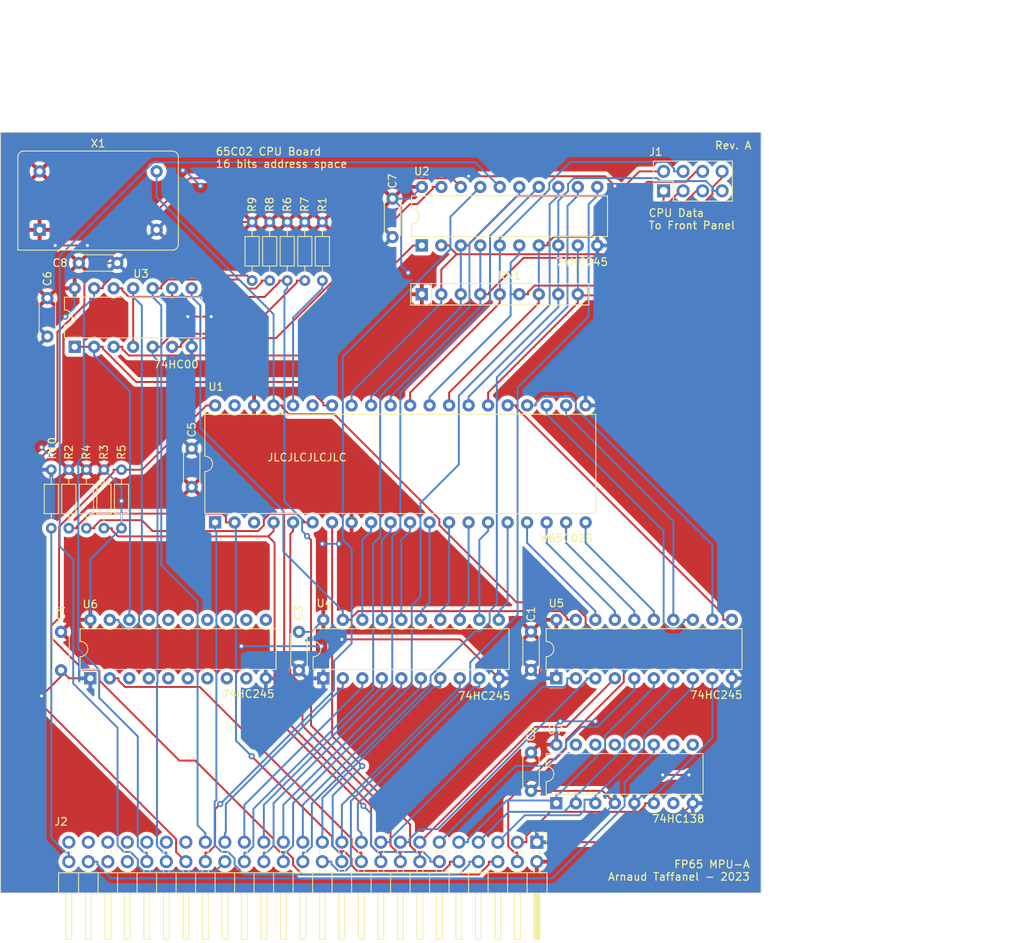
<source format=kicad_pcb>
(kicad_pcb (version 20221018) (generator pcbnew)
  (layers (0 "F.Cu" signal) (31 "B.Cu" signal) (34 "B.Paste" user) (35 "F.Paste" user) (36 "B.SilkS" user "B.Silkscreen") (37 "F.SilkS" user "F.Silkscreen") (38 "B.Mask" user) (39 "F.Mask" user) (44 "Edge.Cuts" user))
  (net 0 "")
  (net 1 "/PD0")
  (net 2 "/PD1")
  (net 3 "/PD2")
  (net 4 "/PD3")
  (net 5 "/PD4")
  (net 6 "/PD5")
  (net 7 "/PD6")
  (net 8 "/PD7")
  (net 9 "VCC")
  (net 10 "Net-(U1-BE)")
  (net 11 "/~{VP}")
  (net 12 "/RDY")
  (net 14 "/~{IRQ}")
  (net 15 "/~{ML}")
  (net 16 "/~{NMI}")
  (net 17 "/SYNC")
  (net 18 "/PA0")
  (net 19 "/PA1")
  (net 20 "/PA2")
  (net 21 "/PA3")
  (net 22 "/PA4")
  (net 23 "/PA5")
  (net 24 "/PA6")
  (net 25 "/PA7")
  (net 26 "/PA8")
  (net 27 "/PA9")
  (net 28 "/PA10")
  (net 29 "/PA11")
  (net 30 "GND")
  (net 31 "/PA12")
  (net 32 "/PA13")
  (net 33 "/PA14")
  (net 34 "/PA15")
  (net 35 "/PR{slash}~{W}")
  (net 37 "/AEN")
  (net 39 "/~{RES}")
  (net 40 "Net-(U2-A->B)")
  (net 41 "/D7")
  (net 42 "/D6")
  (net 43 "/D5")
  (net 44 "/D4")
  (net 45 "/D3")
  (net 46 "/D2")
  (net 47 "/D1")
  (net 48 "/D0")
  (net 49 "/DEN")
  (net 50 "/CEN")
  (net 51 "Net-(J2-~{BUS_SEL})")
  (net 52 "Net-(U2-CE)")
  (net 53 "/A4")
  (net 54 "/A5")
  (net 55 "/A6")
  (net 56 "/A7")
  (net 57 "/A3")
  (net 58 "/A2")
  (net 59 "/A1")
  (net 60 "/A0")
  (net 61 "/A12")
  (net 62 "/A13")
  (net 63 "/A14")
  (net 64 "/A15")
  (net 65 "/A11")
  (net 66 "/A10")
  (net 67 "/A9")
  (net 68 "/A8")
  (net 83 "Net-(U4-CE)")
  (net 84 "Net-(U6-CE)")
  (net 85 "/~{FXXX}")
  (net 86 "/~{DMA}")
  (net 87 "/~{EXXX}")
  (net 88 "/~{DXXX}")
  (net 89 "/R{slash}~{W}")
  (net 90 "/~{CXXX}")
  (net 91 "/~{BXXX}")
  (net 92 "/~{AXXX}")
  (net 93 "/~{9XXX}")
  (net 94 "/~{8XXX}")
  (net 102 "/clk")
  (footprint "Resistor_THT:R_Axial_DIN0204_L3.6mm_D1.6mm_P7.62mm_Horizontal" (layer "F.Cu") (at 110.49 104.902 -90)
    (fp_text reference "R2")
    (fp_text value "10K")
  )
  (footprint "Connector_PinHeader_2.54mm:PinHeader_2x04_P2.54mm_Vertical" (layer "F.Cu") (at 187.96 68.58 90)
    (fp_text reference "J1")
    (fp_text value "Conn_01x08")
  )
  (footprint "Resistor_THT:R_Axial_DIN0204_L3.6mm_D1.6mm_P7.62mm_Horizontal" (layer "F.Cu") (at 117.348 112.522 90)
    (fp_text reference "R5")
    (fp_text value "10K")
  )
  (footprint "Resistor_THT:R_Axial_DIN0204_L3.6mm_D1.6mm_P7.62mm_Horizontal" (layer "F.Cu") (at 136.652 72.644 -90)
    (fp_text reference "R8")
    (fp_text value "10K")
  )
  (footprint "Resistor_THT:R_Axial_DIN0204_L3.6mm_D1.6mm_P7.62mm_Horizontal" (layer "F.Cu") (at 134.366 72.644 -90)
    (fp_text reference "R9")
    (fp_text value "10K")
  )
  (footprint "Connector_PinHeader_2.54mm:PinHeader_2x25_P2.54mm_Horizontal" (layer "F.Cu") (at 171.45 153.416 -90)
    (fp_text reference "J2")
    (fp_text value "~")
  )
  (footprint "Package_DIP:DIP-16_W7.62mm" (layer "F.Cu") (at 173.99 148.336 90)
    (fp_text reference "U7")
    (fp_text value "74HC138")
  )
  (footprint "Resistor_THT:R_Axial_DIN0204_L3.6mm_D1.6mm_P7.62mm_Horizontal" (layer "F.Cu") (at 112.776 104.902 -90)
    (fp_text reference "R4")
    (fp_text value "10K")
  )
  (footprint "Resistor_THT:R_Axial_DIN0204_L3.6mm_D1.6mm_P7.62mm_Horizontal" (layer "F.Cu") (at 108.204 112.522 90)
    (fp_text reference "R10")
    (fp_text value "10K")
  )
  (footprint "Capacitor_THT:C_Disc_D4.3mm_W1.9mm_P5.00mm" (layer "F.Cu") (at 126.492 107.148 90)
    (fp_text reference "C5")
    (fp_text value "C")
  )
  (footprint "Package_DIP:DIP-20_W7.62mm" (layer "F.Cu") (at 143.6395 132.07 90)
    (fp_text reference "U4")
    (fp_text value "74HC245")
  )
  (footprint "Resistor_THT:R_Array_SIP9" (layer "F.Cu") (at 156.464 82.052)
    (fp_text reference "RN1")
    (fp_text value "R_Network08")
  )
  (footprint "Capacitor_THT:C_Disc_D4.3mm_W1.9mm_P5.00mm" (layer "F.Cu") (at 109.474 126.024 -90)
    (fp_text reference "C4")
    (fp_text value "C")
  )
  (footprint "Resistor_THT:R_Axial_DIN0204_L3.6mm_D1.6mm_P7.62mm_Horizontal" (layer "F.Cu") (at 141.224 72.644 -90)
    (fp_text reference "R7")
    (fp_text value "10K")
  )
  (footprint "Package_DIP:DIP-20_W7.62mm" (layer "F.Cu") (at 156.464 75.692 90)
    (fp_text reference "U2")
    (fp_text value "74HC245")
  )
  (footprint "Oscillator:Oscillator_DIP-14" (layer "F.Cu") (at 106.68 73.66)
    (fp_text reference "X1")
    (fp_text value "1MHz")
  )
  (footprint "Package_DIP:DIP-14_W7.62mm" (layer "F.Cu") (at 111.247 88.89 90)
    (fp_text reference "U3")
    (fp_text value "74HC00")
  )
  (footprint "Resistor_THT:R_Axial_DIN0204_L3.6mm_D1.6mm_P7.62mm_Horizontal" (layer "F.Cu") (at 143.51 72.644 -90)
    (fp_text reference "R1")
    (fp_text value "10K")
  )
  (footprint "Resistor_THT:R_Axial_DIN0204_L3.6mm_D1.6mm_P7.62mm_Horizontal" (layer "F.Cu") (at 138.938 72.644 -90)
    (fp_text reference "R6")
    (fp_text value "10K")
  )
  (footprint "Package_DIP:DIP-40_W15.24mm" (layer "F.Cu") (at 129.54 111.765 90)
    (fp_text reference "U1")
    (fp_text value "W65C02SxP")
  )
  (footprint "Capacitor_THT:C_Disc_D4.3mm_W1.9mm_P5.00mm" (layer "F.Cu") (at 140.462 126.024 -90)
    (fp_text reference "C3")
    (fp_text value "C")
  )
  (footprint "Package_DIP:DIP-20_W7.62mm" (layer "F.Cu") (at 113.289 132.07 90)
    (fp_text reference "U6")
    (fp_text value "74HC245")
  )
  (footprint "Package_DIP:DIP-20_W7.62mm" (layer "F.Cu") (at 173.99 132.07 90)
    (fp_text reference "U5")
    (fp_text value "74HC245")
  )
  (footprint "Capacitor_THT:C_Disc_D4.3mm_W1.9mm_P5.00mm" (layer "F.Cu") (at 111.8 77.978)
    (fp_text reference "C8")
    (fp_text value "C")
  )
  (footprint "Capacitor_THT:C_Disc_D4.3mm_W1.9mm_P5.00mm" (layer "F.Cu") (at 107.696 82.55 -90)
    (fp_text reference "C6")
    (fp_text value "C")
  )
  (footprint "Capacitor_THT:C_Disc_D4.3mm_W1.9mm_P5.00mm" (layer "F.Cu") (at 170.688 125.984 -90)
    (fp_text reference "C1")
    (fp_text value "C")
  )
  (footprint "Capacitor_THT:C_Disc_D4.3mm_W1.9mm_P5.00mm" (layer "F.Cu") (at 170.688 141.732 -90)
    (fp_text reference "C2")
    (fp_text value "C")
  )
  (footprint "Capacitor_THT:C_Disc_D4.3mm_W1.9mm_P5.00mm" (layer "F.Cu") (at 152.654 69.596 -90)
    (fp_text reference "C7")
    (fp_text value "C")
  )
  (footprint "Resistor_THT:R_Axial_DIN0204_L3.6mm_D1.6mm_P7.62mm_Horizontal" (layer "F.Cu") (at 115.062 104.902 -90)
    (fp_text reference "R3")
    (fp_text value "10K")
  )
  (gr_line (start 200.66 60.96) (end 200.66 160.02) (stroke (width 0.1)) (layer "Edge.Cuts"))
  (gr_line (start 101.6 160.02) (end 101.6 60.96) (stroke (width 0.1)) (layer "Edge.Cuts"))
  (gr_line (start 200.66 160.02) (end 101.6 160.02) (stroke (width 0.1)) (layer "Edge.Cuts"))
  (gr_line (start 101.6 60.96) (end 200.66 60.96) (stroke (width 0.1)) (layer "Edge.Cuts"))
  (gr_text "FP65 MPU-A\nArnaud Taffanel - 2023" (at 199.263 158.496) (layer "F.SilkS") (effects (font (size 1 1)) (justify right bottom)))
  (gr_text "CPU Data\nTo Front Panel" (at 185.928 73.66) (layer "F.SilkS") (effects (font (size 1 1)) (justify left bottom)))
  (gr_text "JLCJLCJLCJLC" (at 136.271 103.886) (layer "F.SilkS") (effects (font (size 1 1)) (justify left bottom)))
  (gr_text "Rev. A\n" (at 194.564 63.246) (layer "F.SilkS") (effects (font (size 1 1)) (justify left bottom)))
  (gr_text "65C02 CPU Board\n16 bits address space" (at 129.54 65.659) (layer "F.SilkS") (effects (font (size 1 1)) (justify left bottom)))
  (gr_text "W65C02S" (at 171.704 114.427) (layer "F.SilkS") (effects (font (size 1 1)) (justify left bottom)))
  (segment (start 160.1309 75.9737) (end 160.9916 76.8344) (width 0.25) (layer "F.Cu") (net 1))
  (segment (start 160.9916 76.8344) (end 180.8825 76.8344) (width 0.25) (layer "F.Cu") (net 1))
  (segment (start 160.1309 75.692) (end 160.1309 75.9737) (width 0.25) (layer "F.Cu") (net 1))
  (segment (start 159.004 75.692) (end 160.1309 75.692) (width 0.25) (layer "F.Cu") (net 1))
  (segment (start 180.8825 76.8344) (end 187.96 69.7569) (width 0.25) (layer "F.Cu") (net 1))
  (segment (start 159.004 78.822) (end 160.9916 76.8344) (width 0.25) (layer "F.Cu") (net 1))
  (segment (start 159.004 82.052) (end 159.004 78.822) (width 0.25) (layer "F.Cu") (net 1))
  (segment (start 187.96 68.58) (end 187.96 69.7569) (width 0.25) (layer "F.Cu") (net 1))
  (segment (start 147.32 94.8629) (end 159.004 83.1789) (width 0.25) (layer "B.Cu") (net 1))
  (segment (start 147.32 96.525) (end 147.32 94.8629) (width 0.25) (layer "B.Cu") (net 1))
  (segment (start 159.004 82.052) (end 159.004 83.1789) (width 0.25) (layer "B.Cu") (net 1))
  (segment (start 161.544 75.692) (end 162.6709 75.692) (width 0.25) (layer "F.Cu") (net 2))
  (segment (start 162.6709 75.4585) (end 162.6709 75.692) (width 0.25) (layer "F.Cu") (net 2))
  (segment (start 181.6104 69.2387) (end 168.8907 69.2387) (width 0.25) (layer "F.Cu") (net 2))
  (segment (start 187.96 66.04) (end 184.8091 66.04) (width 0.25) (layer "F.Cu") (net 2))
  (segment (start 184.8091 66.04) (end 181.6104 69.2387) (width 0.25) (layer "F.Cu") (net 2))
  (segment (start 168.8907 69.2387) (end 162.6709 75.4585) (width 0.25) (layer "F.Cu") (net 2))
  (segment (start 149.86 95.3981) (end 161.544 83.7141) (width 0.25) (layer "B.Cu") (net 2))
  (segment (start 161.544 82.052) (end 161.544 75.692) (width 0.25) (layer "B.Cu") (net 2))
  (segment (start 161.544 83.7141) (end 161.544 82.052) (width 0.25) (layer "B.Cu") (net 2))
  (segment (start 149.86 96.525) (end 149.86 95.3981) (width 0.25) (layer "B.Cu") (net 2))
  (segment (start 181.4088 77.3034) (end 169.726 77.3034) (width 0.25) (layer "F.Cu") (net 3))
  (segment (start 165.2109 81.8185) (end 165.2109 82.052) (width 0.25) (layer "F.Cu") (net 3))
  (segment (start 190.5 68.58) (end 190.1322 68.58) (width 0.25) (layer "F.Cu") (net 3))
  (segment (start 169.726 77.3034) (end 165.2109 81.8185) (width 0.25) (layer "F.Cu") (net 3))
  (segment (start 190.1322 68.58) (end 181.4088 77.3034) (width 0.25) (layer "F.Cu") (net 3))
  (segment (start 165.2109 82.052) (end 164.084 82.052) (width 0.25) (layer "F.Cu") (net 3))
  (segment (start 152.4 96.525) (end 152.4 95.3981) (width 0.25) (layer "B.Cu") (net 3))
  (segment (start 152.4 95.3981) (end 164.084 83.7141) (width 0.25) (layer "B.Cu") (net 3))
  (segment (start 164.084 83.7141) (end 164.084 82.052) (width 0.25) (layer "B.Cu") (net 3))
  (segment (start 164.084 82.052) (end 164.084 75.692) (width 0.25) (layer "B.Cu") (net 3))
  (segment (start 154.94 96.525) (end 154.94 94.8629) (width 0.25) (layer "F.Cu") (net 4))
  (segment (start 166.624 82.052) (end 166.624 83.1789) (width 0.25) (layer "F.Cu") (net 4))
  (segment (start 154.94 94.8629) (end 166.624 83.1789) (width 0.25) (layer "F.Cu") (net 4))
  (segment (start 166.9057 74.5651) (end 173.0619 68.4089) (width 0.25) (layer "B.Cu") (net 4))
  (segment (start 166.624 74.5651) (end 166.9057 74.5651) (width 0.25) (layer "B.Cu") (net 4))
  (segment (start 190.5 66.04) (end 189.3231 66.04) (width 0.25) (layer "B.Cu") (net 4))
  (segment (start 175.8107 64.8135) (end 188.4624 64.8135) (width 0.25) (layer "B.Cu") (net 4))
  (segment (start 173.0619 67.5623) (end 175.8107 64.8135) (width 0.25) (layer "B.Cu") (net 4))
  (segment (start 166.624 75.692) (end 166.624 74.5651) (width 0.25) (layer "B.Cu") (net 4))
  (segment (start 188.4624 64.8135) (end 189.3231 65.6742) (width 0.25) (layer "B.Cu") (net 4))
  (segment (start 173.0619 68.4089) (end 173.0619 67.5623) (width 0.25) (layer "B.Cu") (net 4))
  (segment (start 166.624 82.052) (end 166.624 75.692) (width 0.25) (layer "B.Cu") (net 4))
  (segment (start 189.3231 65.6742) (end 189.3231 66.04) (width 0.25) (layer "B.Cu") (net 4))
  (segment (start 170.2909 81.7702) (end 171.136 80.9251) (width 0.25) (layer "F.Cu") (net 5))
  (segment (start 169.164 82.052) (end 170.2909 82.052) (width 0.25) (layer "F.Cu") (net 5))
  (segment (start 179.8838 80.9251) (end 192.2289 68.58) (width 0.25) (layer "F.Cu") (net 5))
  (segment (start 170.2909 82.052) (end 170.2909 81.7702) (width 0.25) (layer "F.Cu") (net 5))
  (segment (start 171.136 80.9251) (end 179.8838 80.9251) (width 0.25) (layer "F.Cu") (net 5))
  (segment (start 192.2289 68.58) (end 193.04 68.58) (width 0.25) (layer "F.Cu") (net 5))
  (segment (start 168.0371 77.9458) (end 168.0371 82.052) (width 0.25) (layer "B.Cu") (net 5))
  (segment (start 157.48 95.3981) (end 168.0371 84.841) (width 0.25) (layer "B.Cu") (net 5))
  (segment (start 169.164 82.052) (end 168.0371 82.052) (width 0.25) (layer "B.Cu") (net 5))
  (segment (start 169.164 75.692) (end 169.164 76.8189) (width 0.25) (layer "B.Cu") (net 5))
  (segment (start 169.164 76.8189) (end 168.0371 77.9458) (width 0.25) (layer "B.Cu") (net 5))
  (segment (start 157.48 96.525) (end 157.48 95.3981) (width 0.25) (layer "B.Cu") (net 5))
  (segment (start 168.0371 84.841) (end 168.0371 82.052) (width 0.25) (layer "B.Cu") (net 5))
  (segment (start 172.8309 75.692) (end 172.8309 75.4102) (width 0.25) (layer "F.Cu") (net 6))
  (segment (start 160.02 96.525) (end 160.02 94.8629) (width 0.25) (layer "F.Cu") (net 6))
  (segment (start 171.704 75.692) (end 172.8309 75.692) (width 0.25) (layer "F.Cu") (net 6))
  (segment (start 192.2289 66.04) (end 193.04 66.04) (width 0.25) (layer "F.Cu") (net 6))
  (segment (start 178.6653 74.5651) (end 185.8273 67.4031) (width 0.25) (layer "F.Cu") (net 6))
  (segment (start 185.8273 67.4031) (end 190.8658 67.4031) (width 0.25) (layer "F.Cu") (net 6))
  (segment (start 172.8309 75.4102) (end 173.676 74.5651) (width 0.25) (layer "F.Cu") (net 6))
  (segment (start 171.704 82.052) (end 171.704 83.1789) (width 0.25) (layer "F.Cu") (net 6))
  (segment (start 190.8658 67.4031) (end 192.2289 66.04) (width 0.25) (layer "F.Cu") (net 6))
  (segment (start 160.02 94.8629) (end 171.704 83.1789) (width 0.25) (layer "F.Cu") (net 6))
  (segment (start 173.676 74.5651) (end 178.6653 74.5651) (width 0.25) (layer "F.Cu") (net 6))
  (segment (start 171.704 82.052) (end 171.704 75.692) (width 0.25) (layer "B.Cu") (net 6))
  (segment (start 175.514 68.6022) (end 175.514 67.6769) (width 0.25) (layer "B.Cu") (net 7))
  (segment (start 193.4989 67.31) (end 194.4031 68.2142) (width 0.25) (layer "B.Cu") (net 7))
  (segment (start 174.244 69.8722) (end 175.514 68.6022) (width 0.25) (layer "B.Cu") (net 7))
  (segment (start 187.125 66.9215) (end 187.5135 67.31) (width 0.25) (layer "B.Cu") (net 7))
  (segment (start 194.4031 68.2142) (end 194.4031 68.58) (width 0.25) (layer "B.Cu") (net 7))
  (segment (start 175.514 67.6769) (end 176.2694 66.9215) (width 0.25) (layer "B.Cu") (net 7))
  (segment (start 174.244 75.692) (end 174.244 69.8722) (width 0.25) (layer "B.Cu") (net 7))
  (segment (start 187.5135 67.31) (end 193.4989 67.31) (width 0.25) (layer "B.Cu") (net 7))
  (segment (start 162.56 95.3981) (end 174.244 83.7141) (width 0.25) (layer "B.Cu") (net 7))
  (segment (start 162.56 96.525) (end 162.56 95.3981) (width 0.25) (layer "B.Cu") (net 7))
  (segment (start 176.2694 66.9215) (end 187.125 66.9215) (width 0.25) (layer "B.Cu") (net 7))
  (segment (start 195.58 68.58) (end 194.4031 68.58) (width 0.25) (layer "B.Cu") (net 7))
  (segment (start 174.244 83.7141) (end 174.244 82.052) (width 0.25) (layer "B.Cu") (net 7))
  (segment (start 174.244 82.052) (end 174.244 75.692) (width 0.25) (layer "B.Cu") (net 7))
  (segment (start 165.1 94.8629) (end 176.784 83.1789) (width 0.25) (layer "F.Cu") (net 8))
  (segment (start 165.1 96.525) (end 165.1 94.8629) (width 0.25) (layer "F.Cu") (net 8))
  (segment (start 181.1377 82.1928) (end 194.31 69.0205) (width 0.25) (layer "F.Cu") (net 8))
  (segment (start 194.31 68.1211) (end 195.58 66.8511) (width 0.25) (layer "F.Cu") (net 8))
  (segment (start 176.784 82.1928) (end 176.784 83.1789) (width 0.25) (layer "F.Cu") (net 8))
  (segment (start 195.58 66.8511) (end 195.58 66.04) (width 0.25) (layer "F.Cu") (net 8))
  (segment (start 176.784 82.052) (end 176.784 82.1928) (width 0.25) (layer "F.Cu") (net 8))
  (segment (start 176.784 82.1928) (end 181.1377 82.1928) (width 0.25) (layer "F.Cu") (net 8))
  (segment (start 194.31 69.0205) (end 194.31 68.1211) (width 0.25) (layer "F.Cu") (net 8))
  (segment (start 176.784 82.052) (end 176.784 75.692) (width 0.25) (layer "B.Cu") (net 8))
  (segment (start 143.6395 127.6325) (end 143.383 127.889) (width 0.25) (layer "F.Cu") (net 9))
  (segment (start 132.334 72.644) (end 127.635 67.945) (width 0.25) (layer "F.Cu") (net 9))
  (segment (start 107.696 82.55) (end 110.035 84.889) (width 0.25) (layer "F.Cu") (net 9))
  (segment (start 110.49 104.902) (end 108.585 102.997) (width 0.25) (layer "F.Cu") (net 9))
  (segment (start 147.32 111.765) (end 147.32 112.903) (width 0.25) (layer "F.Cu") (net 9))
  (segment (start 170.688 125.984) (end 171.813 127.109) (width 0.25) (layer "F.Cu") (net 9))
  (segment (start 147.32 112.903) (end 145.669 114.554) (width 0.25) (layer "F.Cu") (net 9))
  (segment (start 108.585 102.997) (end 108.204 102.997) (width 0.25) (layer "F.Cu") (net 9))
  (segment (start 171.813 127.109) (end 171.813 134.983) (width 0.25) (layer "F.Cu") (net 9))
  (segment (start 110.035 84.889) (end 110.035 84.963) (width 0.25) (layer "F.Cu") (net 9))
  (segment (start 134.366 72.644) (end 132.334 72.644) (width 0.25) (layer "F.Cu") (net 9))
  (segment (start 143.6395 124.45) (end 143.6395 127.6325) (width 0.25) (layer "F.Cu") (net 9))
  (segment (start 171.813 134.983) (end 174.498 137.668) (width 0.25) (layer "F.Cu") (net 9))
  (via (at 145.669 114.554) (size 0.8) (drill 0.4) (layers "F.Cu" "B.Cu") (net 9))
  (via (at 127.635 67.945) (size 0.8) (drill 0.4) (layers "F.Cu" "B.Cu") (net 9))
  (via (at 108.204 102.997) (size 0.8) (drill 0.4) (layers "F.Cu" "B.Cu") (net 9))
  (via (at 110.035 84.963) (size 0.8) (drill 0.4) (layers "F.Cu" "B.Cu") (net 9))
  (via (at 143.383 127.889) (size 0.8) (drill 0.4) (layers "F.Cu" "B.Cu") (net 9))
  (via (at 143.51 114.554) (size 0.8) (drill 0.4) (layers "F.Cu" "B.Cu") (net 9))
  (via (at 179.07 137.668) (size 0.8) (drill 0.4) (layers "F.Cu" "B.Cu") (net 9))
  (via (at 154.686 79.248) (size 0.8) (drill 0.4) (layers "F.Cu" "B.Cu") (net 9))
  (via (at 117.348 108.966) (size 0.8) (drill 0.4) (layers "F.Cu" "B.Cu") (net 9))
  (via (at 106.934 101.981) (size 0.8) (drill 0.4) (layers "F.Cu" "B.Cu") (net 9))
  (via (at 132.969 127.889) (size 0.8) (drill 0.4) (layers "F.Cu" "B.Cu") (net 9))
  (via (at 125.349 65.913) (size 0.8) (drill 0.4) (layers "F.Cu" "B.Cu") (net 9))
  (via (at 174.498 137.668) (size 0.8) (drill 0.4) (layers "F.Cu" "B.Cu") (net 9))
  (segment (start 153.779 70.721) (end 153.779 78.341) (width 0.25) (layer "B.Cu") (net 9))
  (segment (start 174.498 137.668) (end 179.07 137.668) (width 0.25) (layer "B.Cu") (net 9))
  (segment (start 108.204 102.997) (end 107.95 102.997) (width 0.25) (layer "B.Cu") (net 9))
  (segment (start 174.498 137.668) (end 173.99 138.176) (width 0.25) (layer "B.Cu") (net 9))
  (segment (start 152.654 69.596) (end 153.779 70.721) (width 0.25) (layer "B.Cu") (net 9))
  (segment (start 153.779 78.341) (end 154.686 79.248) (width 0.25) (layer "B.Cu") (net 9))
  (segment (start 117.348 107.188) (end 117.348 108.966) (width 0.25) (layer "B.Cu") (net 9))
  (segment (start 107.95 102.997) (end 106.934 101.981) (width 0.25) (layer "B.Cu") (net 9))
  (segment (start 154.94 69.596) (end 156.464 68.072) (width 0.25) (layer "B.Cu") (net 9))
  (segment (start 111.247 83.751) (end 110.035 84.963) (width 0.25) (layer "B.Cu") (net 9))
  (segment (start 113.289 116.581) (end 117.348 112.522) (width 0.25) (layer "B.Cu") (net 9))
  (segment (start 111.247 81.27) (end 111.247 83.751) (width 0.25) (layer "B.Cu") (net 9))
  (segment (start 142.0655 126.024) (end 143.6395 124.45) (width 0.25) (layer "B.Cu") (net 9))
  (segment (start 143.383 127.889) (end 132.969 127.889) (width 0.25) (layer "B.Cu") (net 9))
  (segment (start 125.603 65.913) (end 125.349 65.913) (width 0.25) (layer "B.Cu") (net 9))
  (segment (start 140.462 126.024) (end 142.0655 126.024) (width 0.25) (layer "B.Cu") (net 9))
  (segment (start 145.669 114.554) (end 143.51 114.554) (width 0.25) (layer "B.Cu") (net 9))
  (segment (start 127.635 67.945) (end 125.603 65.913) (width 0.25) (layer "B.Cu") (net 9))
  (segment (start 173.99 138.176) (end 173.99 140.716) (width 0.25) (layer "B.Cu") (net 9))
  (segment (start 152.654 69.596) (end 154.94 69.596) (width 0.25) (layer "B.Cu") (net 9))
  (segment (start 115.062 104.902) (end 117.348 107.188) (width 0.25) (layer "B.Cu") (net 9))
  (segment (start 117.348 112.522) (end 117.348 108.966) (width 0.25) (layer "B.Cu") (net 9))
  (segment (start 113.289 124.45) (end 113.289 116.581) (width 0.25) (layer "B.Cu") (net 9))
  (segment (start 139.7 96.525) (end 139.7 85.1009) (width 0.25) (layer "B.Cu") (net 10))
  (segment (start 139.7 85.1009) (end 143.51 81.2909) (width 0.25) (layer "B.Cu") (net 10))
  (segment (start 143.51 80.264) (end 143.51 81.2909) (width 0.25) (layer "B.Cu") (net 10))
  (segment (start 129.4862 148.1491) (end 129.7075 147.9278) (width 0.25) (layer "B.Cu") (net 11))
  (segment (start 129.54 111.765) (end 129.54 112.8919) (width 0.25) (layer "B.Cu") (net 11))
  (segment (start 130.3791 154.686) (end 129.4862 153.7931) (width 0.25) (layer "B.Cu") (net 11))
  (segment (start 129.7075 147.9278) (end 129.7075 113.0594) (width 0.25) (layer "B.Cu") (net 11))
  (segment (start 162.6531 156.3238) (end 161.33 157.6469) (width 0.25) (layer "B.Cu") (net 11))
  (segment (start 161.33 157.6469) (end 133.3741 157.6469) (width 0.25) (layer "B.Cu") (net 11))
  (segment (start 133.3741 157.6469) (end 132.08 156.3528) (width 0.25) (layer "B.Cu") (net 11))
  (segment (start 162.6531 155.956) (end 162.6531 156.3238) (width 0.25) (layer "B.Cu") (net 11))
  (segment (start 132.08 156.3528) (end 132.08 155.5251) (width 0.25) (layer "B.Cu") (net 11))
  (segment (start 129.4862 153.7931) (end 129.4862 148.1491) (width 0.25) (layer "B.Cu") (net 11))
  (segment (start 132.08 155.5251) (end 131.2409 154.686) (width 0.25) (layer "B.Cu") (net 11))
  (segment (start 129.7075 113.0594) (end 129.54 112.8919) (width 0.25) (layer "B.Cu") (net 11))
  (segment (start 163.83 155.956) (end 162.6531 155.956) (width 0.25) (layer "B.Cu") (net 11))
  (segment (start 131.2409 154.686) (end 130.3791 154.686) (width 0.25) (layer "B.Cu") (net 11))
  (segment (start 132.08 111.765) (end 130.9531 111.765) (width 0.25) (layer "F.Cu") (net 12))
  (segment (start 134.3046 142.2268) (end 144.78 152.7022) (width 0.25) (layer "F.Cu") (net 12))
  (segment (start 113.2047 110.6214) (end 111.5169 112.3092) (width 0.25) (layer "F.Cu") (net 12))
  (segment (start 159.2811 157.1538) (end 160.1131 156.3218) (width 0.25) (layer "F.Cu") (net 12))
  (segment (start 130.9531 111.0607) (end 130.5138 110.6214) (width 0.25) (layer "F.Cu") (net 12))
  (segment (start 147.32 156.4382) (end 148.0356 157.1538) (width 0.25) (layer "F.Cu") (net 12))
  (segment (start 144.78 152.7022) (end 144.78 153.8525) (width 0.25) (layer "F.Cu") (net 12))
  (segment (start 146.3659 154.5929) (end 147.32 155.547) (width 0.25) (layer "F.Cu") (net 12))
  (segment (start 147.32 155.547) (end 147.32 156.4382) (width 0.25) (layer "F.Cu") (net 12))
  (segment (start 111.5169 112.3092) (end 111.5169 112.522) (width 0.25) (layer "F.Cu") (net 12))
  (segment (start 130.9531 111.765) (end 130.9531 111.0607) (width 0.25) (layer "F.Cu") (net 12))
  (segment (start 148.0356 157.1538) (end 159.2811 157.1538) (width 0.25) (layer "F.Cu") (net 12))
  (segment (start 130.5138 110.6214) (end 113.2047 110.6214) (width 0.25) (layer "F.Cu") (net 12))
  (segment (start 144.78 153.8525) (end 145.5204 154.5929) (width 0.25) (layer "F.Cu") (net 12))
  (segment (start 160.1131 156.3218) (end 160.1131 155.956) (width 0.25) (layer "F.Cu") (net 12))
  (segment (start 161.29 155.956) (end 160.1131 155.956) (width 0.25) (layer "F.Cu") (net 12))
  (segment (start 145.5204 154.5929) (end 146.3659 154.5929) (width 0.25) (layer "F.Cu") (net 12))
  (segment (start 110.49 112.522) (end 111.5169 112.522) (width 0.25) (layer "F.Cu") (net 12))
  (via (at 134.3046 142.2268) (size 0.8) (drill 0.4) (layers "F.Cu" "B.Cu") (net 12))
  (segment (start 132.265 128.210305) (end 132.265 140.1872) (width 0.25) (layer "B.Cu") (net 12))
  (segment (start 132.244 111.929) (end 132.244 128.189305) (width 0.25) (layer "B.Cu") (net 12))
  (segment (start 132.08 111.765) (end 132.244 111.929) (width 0.25) (layer "B.Cu") (net 12))
  (segment (start 132.265 140.1872) (end 134.3046 142.2268) (width 0.25) (layer "B.Cu") (net 12))
  (segment (start 132.244 128.189305) (end 132.265 128.210305) (width 0.25) (layer "B.Cu") (net 12))
  (segment (start 116.0889 112.7787) (end 116.0889 112.522) (width 0.25) (layer "F.Cu") (net 14))
  (segment (start 137.16 111.765) (end 137.16 112.8919) (width 0.25) (layer "F.Cu") (net 14))
  (segment (start 137.2885 114.411) (end 137.2885 137.1096) (width 0.25) (layer "F.Cu") (net 14))
  (segment (start 136.4647 113.5872) (end 116.8974 113.5872) (width 0.25) (layer "F.Cu") (net 14))
  (segment (start 137.2885 137.1096) (end 148.8635 148.6846) (width 0.25) (layer "F.Cu") (net 14))
  (segment (start 116.8974 113.5872) (end 116.0889 112.7787) (width 0.25) (layer "F.Cu") (net 14))
  (segment (start 115.062 112.522) (end 116.0889 112.522) (width 0.25) (layer "F.Cu") (net 14))
  (segment (start 136.4647 113.5872) (end 137.2885 114.411) (width 0.25) (layer "F.Cu") (net 14))
  (segment (start 137.16 112.8919) (end 136.4647 113.5872) (width 0.25) (layer "F.Cu") (net 14))
  (via (at 148.8635 148.6846) (size 0.8) (drill 0.4) (layers "F.Cu" "B.Cu") (net 14))
  (segment (start 149.86 149.6811) (end 149.86 153.8242) (width 0.25) (layer "B.Cu") (net 14))
  (segment (start 156.6689 154.686) (end 157.5731 155.5902) (width 0.25) (layer "B.Cu") (net 14))
  (segment (start 148.8635 148.6846) (end 149.86 149.6811) (width 0.25) (layer "B.Cu") (net 14))
  (segment (start 157.5731 155.5902) (end 157.5731 155.956) (width 0.25) (layer "B.Cu") (net 14))
  (segment (start 158.75 155.956) (end 157.5731 155.956) (width 0.25) (layer "B.Cu") (net 14))
  (segment (start 150.7218 154.686) (end 156.6689 154.686) (width 0.25) (layer "B.Cu") (net 14))
  (segment (start 149.86 153.8242) (end 150.7218 154.686) (width 0.25) (layer "B.Cu") (net 14))
  (segment (start 139.3351 131.4907) (end 140.9289 133.0845) (width 0.25) (layer "F.Cu") (net 15))
  (segment (start 152.4 149.7418) (end 152.4 153.8749) (width 0.25) (layer "F.Cu") (net 15))
  (segment (start 139.7 111.765) (end 139.7 112.8919) (width 0.25) (layer "F.Cu") (net 15))
  (segment (start 140.929 133.0845) (end 140.929 138.2708) (width 0.25) (layer "F.Cu") (net 15))
  (segment (start 139.3351 113.2568) (end 139.3351 131.4907) (width 0.25) (layer "F.Cu") (net 15))
  (segment (start 140.9289 133.0845) (end 140.929 133.0845) (width 0.25) (layer "F.Cu") (net 15))
  (segment (start 139.7 112.8919) (end 139.3351 113.2568) (width 0.25) (layer "F.Cu") (net 15))
  (segment (start 152.4 153.8749) (end 153.3042 154.7791) (width 0.25) (layer "F.Cu") (net 15))
  (segment (start 153.67 155.956) (end 153.67 154.7791) (width 0.25) (layer "F.Cu") (net 15))
  (segment (start 153.3042 154.7791) (end 153.67 154.7791) (width 0.25) (layer "F.Cu") (net 15))
  (segment (start 140.929 138.2708) (end 152.4 149.7418) (width 0.25) (layer "F.Cu") (net 15))
  (segment (start 142.24 111.765) (end 142.1397 111.765) (width 0.25) (layer "F.Cu") (net 16))
  (segment (start 121.4021 112.8919) (end 135.1457 112.8919) (width 0.25) (layer "F.Cu") (net 16))
  (segment (start 135.89 112.1476) (end 135.89 111.4049) (width 0.25) (layer "F.Cu") (net 16))
  (segment (start 142.1397 111.765) (end 142.027 111.765) (width 0.25) (layer "F.Cu") (net 16))
  (segment (start 151.13 154.7791) (end 150.7642 154.7791) (width 0.25) (layer "F.Cu") (net 16))
  (segment (start 114.6372 111.4749) (end 119.9851 111.4749) (width 0.25) (layer "F.Cu") (net 16))
  (segment (start 140.1664 110.6377) (end 141.1131 111.5844) (width 0.25) (layer "F.Cu") (net 16))
  (segment (start 142.027 111.765) (end 141.1131 111.765) (width 0.25) (layer "F.Cu") (net 16))
  (segment (start 151.13 155.956) (end 151.13 154.7791) (width 0.25) (layer "F.Cu") (net 16))
  (segment (start 141.1131 111.5844) (end 141.1131 111.765) (width 0.25) (layer "F.Cu") (net 16))
  (segment (start 138.5385 110.6377) (end 140.1664 110.6377) (width 0.25) (layer "F.Cu") (net 16))
  (segment (start 135.1457 112.8919) (end 135.89 112.1476) (width 0.25) (layer "F.Cu") (net 16))
  (segment (start 150.7642 154.7791) (end 149.86 153.8749) (width 0.25) (layer "F.Cu") (net 16))
  (segment (start 113.8029 112.522) (end 113.8029 112.3092) (width 0.25) (layer "F.Cu") (net 16))
  (segment (start 136.6572 110.6377) (end 138.5385 110.6377) (width 0.25) (layer "F.Cu") (net 16))
  (segment (start 113.8029 112.3092) (end 114.6372 111.4749) (width 0.25) (layer "F.Cu") (net 16))
  (segment (start 149.86 148.6531) (end 138.5385 137.3316) (width 0.25) (layer "F.Cu") (net 16))
  (segment (start 135.89 111.4049) (end 136.6572 110.6377) (width 0.25) (layer "F.Cu") (net 16))
  (segment (start 138.5385 137.3316) (end 138.5385 110.6377) (width 0.25) (layer "F.Cu") (net 16))
  (segment (start 149.86 153.8749) (end 149.86 148.6531) (width 0.25) (layer "F.Cu") (net 16))
  (segment (start 119.9851 111.4749) (end 121.4021 112.8919) (width 0.25) (layer "F.Cu") (net 16))
  (segment (start 112.776 112.522) (end 113.8029 112.522) (width 0.25) (layer "F.Cu") (net 16))
  (segment (start 144.78 139.5747) (end 148.7071 143.5018) (width 0.25) (layer "F.Cu") (net 17))
  (segment (start 144.78 111.765) (end 144.78 139.5747) (width 0.25) (layer "F.Cu") (net 17))
  (via (at 148.7071 143.5018) (size 0.8) (drill 0.4) (layers "F.Cu" "B.Cu") (net 17))
  (segment (start 144.8594 153.9563) (end 144.8594 147.3495) (width 0.25) (layer "B.Cu") (net 17))
  (segment (start 145.6822 154.7791) (end 144.8594 153.9563) (width 0.25) (layer "B.Cu") (net 17))
  (segment (start 144.8594 147.3495) (end 148.7071 143.5018) (width 0.25) (layer "B.Cu") (net 17))
  (segment (start 146.05 154.7791) (end 145.6822 154.7791) (width 0.25) (layer "B.Cu") (net 17))
  (segment (start 146.05 155.956) (end 146.05 154.7791) (width 0.25) (layer "B.Cu") (net 17))
  (segment (start 149.86 111.765) (end 149.86 112.8919) (width 0.25) (layer "B.Cu") (net 18))
  (segment (start 148.7195 114.0324) (end 149.86 112.8919) (width 0.25) (layer "B.Cu") (net 18))
  (segment (start 148.7195 124.45) (end 148.7195 123.3231) (width 0.25) (layer "B.Cu") (net 18))
  (segment (start 148.7195 123.3231) (end 148.7195 114.0324) (width 0.25) (layer "B.Cu") (net 18))
  (segment (start 151.2595 114.0324) (end 151.2595 124.45) (width 0.25) (layer "B.Cu") (net 19))
  (segment (start 152.4 112.8919) (end 151.2595 114.0324) (width 0.25) (layer "B.Cu") (net 19))
  (segment (start 152.4 111.765) (end 152.4 112.8919) (width 0.25) (layer "B.Cu") (net 19))
  (segment (start 153.7995 114.0324) (end 154.94 112.8919) (width 0.25) (layer "B.Cu") (net 20))
  (segment (start 153.7995 123.3231) (end 153.7995 114.0324) (width 0.25) (layer "B.Cu") (net 20))
  (segment (start 153.7995 124.45) (end 153.7995 123.3231) (width 0.25) (layer "B.Cu") (net 20))
  (segment (start 154.94 111.765) (end 154.94 112.8919) (width 0.25) (layer "B.Cu") (net 20))
  (segment (start 157.48 111.765) (end 157.48 122.1826) (width 0.25) (layer "B.Cu") (net 21))
  (segment (start 156.3395 124.45) (end 156.3395 123.3231) (width 0.25) (layer "B.Cu") (net 21))
  (segment (start 157.48 122.1826) (end 156.3395 123.3231) (width 0.25) (layer "B.Cu") (net 21))
  (segment (start 160.02 111.765) (end 160.02 122.1826) (width 0.25) (layer "B.Cu") (net 22))
  (segment (start 158.8795 124.45) (end 158.8795 123.3231) (width 0.25) (layer "B.Cu") (net 22))
  (segment (start 160.02 122.1826) (end 158.8795 123.3231) (width 0.25) (layer "B.Cu") (net 22))
  (segment (start 161.4195 124.45) (end 161.4195 123.3231) (width 0.25) (layer "B.Cu") (net 23))
  (segment (start 162.56 122.1826) (end 161.4195 123.3231) (width 0.25) (layer "B.Cu") (net 23))
  (segment (start 162.56 111.765) (end 162.56 122.1826) (width 0.25) (layer "B.Cu") (net 23))
  (segment (start 165.1 111.765) (end 165.1 112.8919) (width 0.25) (layer "B.Cu") (net 24))
  (segment (start 165.1 112.8919) (end 163.9595 114.0324) (width 0.25) (layer "B.Cu") (net 24))
  (segment (start 163.9595 114.0324) (end 163.9595 124.45) (width 0.25) (layer "B.Cu") (net 24))
  (segment (start 166.4995 124.45) (end 166.4995 123.3231) (width 0.25) (layer "B.Cu") (net 25))
  (segment (start 167.64 111.765) (end 167.64 122.1826) (width 0.25) (layer "B.Cu") (net 25))
  (segment (start 167.64 122.1826) (end 166.4995 123.3231) (width 0.25) (layer "B.Cu") (net 25))
  (segment (start 179.07 124.45) (end 179.07 123.3231) (width 0.25) (layer "B.Cu") (net 26))
  (segment (start 170.18 111.765) (end 170.18 114.4331) (width 0.25) (layer "B.Cu") (net 26))
  (segment (start 170.18 114.4331) (end 179.07 123.3231) (width 0.25) (layer "B.Cu") (net 26))
  (segment (start 172.72 111.765) (end 172.72 114.4331) (width 0.25) (layer "B.Cu") (net 27))
  (segment (start 181.61 124.45) (end 181.61 123.3231) (width 0.25) (layer "B.Cu") (net 27))
  (segment (start 172.72 114.4331) (end 181.61 123.3231) (width 0.25) (layer "B.Cu") (net 27))
  (segment (start 184.15 124.45) (end 184.15 123.3231) (width 0.25) (layer "B.Cu") (net 28))
  (segment (start 175.26 111.765) (end 175.26 114.4331) (width 0.25) (layer "B.Cu") (net 28))
  (segment (start 175.26 114.4331) (end 184.15 123.3231) (width 0.25) (layer "B.Cu") (net 28))
  (segment (start 177.8 114.4331) (end 186.69 123.3231) (width 0.25) (layer "B.Cu") (net 29))
  (segment (start 177.8 111.765) (end 177.8 114.4331) (width 0.25) (layer "B.Cu") (net 29))
  (segment (start 186.69 124.45) (end 186.69 123.3231) (width 0.25) (layer "B.Cu") (net 29))
  (segment (start 187.833 144.653) (end 191.262 144.653) (width 0.25) (layer "F.Cu") (net 30))
  (segment (start 171.45 153.416) (end 186.69 153.416) (width 0.25) (layer "F.Cu") (net 30))
  (segment (start 180.34 66.675) (end 162.56 66.675) (width 0.25) (layer "F.Cu") (net 30))
  (segment (start 125.984 84.963) (end 129.032 84.963) (width 0.25) (layer "F.Cu") (net 30))
  (segment (start 166.4995 132.07) (end 161.4295 127) (width 0.25) (layer "F.Cu") (net 30))
  (segment (start 109.474 131.024) (end 109.474 131.826) (width 0.25) (layer "F.Cu") (net 30))
  (segment (start 170.688 146.732) (end 180.006 146.732) (width 0.25) (layer "F.Cu") (net 30))
  (segment (start 109.474 131.826) (end 106.934 134.366) (width 0.25) (layer "F.Cu") (net 30))
  (segment (start 109.474 131.024) (end 110.52 132.07) (width 0.25) (layer "F.Cu") (net 30))
  (segment (start 180.006 146.732) (end 181.61 148.336) (width 0.25) (layer "F.Cu") (net 30))
  (segment (start 186.69 153.416) (end 191.77 148.336) (width 0.25) (layer "F.Cu") (net 30))
  (segment (start 161.4295 127) (end 146.05 127) (width 0.25) (layer "F.Cu") (net 30))
  (segment (start 181.61 67.945) (end 180.34 66.675) (width 0.25) (layer "F.Cu") (net 30))
  (segment (start 110.52 132.07) (end 113.289 132.07) (width 0.25) (layer "F.Cu") (net 30))
  (segment (start 112.903 75.692) (end 108.712 75.692) (width 0.25) (layer "F.Cu") (net 30))
  (via (at 125.984 84.963) (size 0.8) (drill 0.4) (layers "F.Cu" "B.Cu") (net 30))
  (via (at 162.56 66.675) (size 0.8) (drill 0.4) (layers "F.Cu" "B.Cu") (net 30))
  (via (at 181.61 67.945) (size 0.8) (drill 0.4) (layers "F.Cu" "B.Cu") (net 30))
  (via (at 146.05 127) (size 0.8) (drill 0.4) (layers "F.Cu" "B.Cu") (net 30))
  (via (at 106.934 134.366) (size 0.8) (drill 0.4) (layers "F.Cu" "B.Cu") (net 30))
  (via (at 112.903 75.692) (size 0.8) (drill 0.4) (layers "F.Cu" "B.Cu") (net 30))
  (via (at 129.032 84.963) (size 0.8) (drill 0.4) (layers "F.Cu" "B.Cu") (net 30))
  (via (at 108.712 75.692) (size 0.8) (drill 0.4) (layers "F.Cu" "B.Cu") (net 30))
  (via (at 191.262 144.653) (size 0.8) (drill 0.4) (layers "F.Cu" "B.Cu") (net 30))
  (via (at 187.833 144.653) (size 0.8) (drill 0.4) (layers "F.Cu" "B.Cu") (net 30))
  (segment (start 115.189 77.978) (end 112.903 75.692) (width 0.25) (layer "B.Cu") (net 30))
  (segment (start 116.8 77.978) (end 115.189 77.978) (width 0.25) (layer "B.Cu") (net 30))
  (segment (start 191.77 145.161) (end 191.77 148.336) (width 0.25) (layer "B.Cu") (net 30))
  (segment (start 179.324 70.231) (end 181.61 67.945) (width 0.25) (layer "B.Cu") (net 30))
  (segment (start 179.324 75.692) (end 179.324 70.231) (width 0.25) (layer "B.Cu") (net 30))
  (segment (start 191.262 144.653) (end 191.77 145.161) (width 0.25) (layer "B.Cu") (net 30))
  (segment (start 176.53 153.416) (end 181.61 148.336) (width 0.25) (layer "B.Cu") (net 30))
  (segment (start 184.15 148.336) (end 187.833 144.653) (width 0.25) (layer "B.Cu") (net 30))
  (segment (start 171.45 153.416) (end 176.53 153.416) (width 0.25) (layer "B.Cu") (net 30))
  (segment (start 189.23 111.6219) (end 189.23 124.45) (width 0.25) (layer "B.Cu") (net 31))
  (segment (start 175.26 97.6519) (end 189.23 111.6219) (width 0.25) (layer "B.Cu") (net 31))
  (segment (start 175.26 96.525) (end 175.26 97.6519) (width 0.25) (layer "B.Cu") (net 31))
  (segment (start 172.72 96.525) (end 172.72 97.6519) (width 0.25) (layer "B.Cu") (net 32))
  (segment (start 190.6431 124.6835) (end 190.6431 124.45) (width 0.25) (layer "B.Cu") (net 32))
  (segment (start 187.96 112.8919) (end 187.96 124.8117) (width 0.25) (layer "B.Cu") (net 32))
  (segment (start 187.96 124.8117) (end 188.7438 125.5955) (width 0.25) (layer "B.Cu") (net 32))
  (segment (start 189.7311 125.5955) (end 190.6431 124.6835) (width 0.25) (layer "B.Cu") (net 32))
  (segment (start 188.7438 125.5955) (end 189.7311 125.5955) (width 0.25) (layer "B.Cu") (net 32))
  (segment (start 191.77 124.45) (end 190.6431 124.45) (width 0.25) (layer "B.Cu") (net 32))
  (segment (start 172.72 97.6519) (end 187.96 112.8919) (width 0.25) (layer "B.Cu") (net 32))
  (segment (start 170.18 96.525) (end 171.3069 96.525) (width 0.25) (layer "B.Cu") (net 33))
  (segment (start 171.3069 96.2433) (end 172.1595 95.3907) (width 0.25) (layer "B.Cu") (net 33))
  (segment (start 175.753 95.3907) (end 176.53 96.1677) (width 0.25) (layer "B.Cu") (net 33))
  (segment (start 194.31 114.7092) (end 194.31 124.45) (width 0.25) (layer "B.Cu") (net 33))
  (segment (start 176.53 96.9292) (end 194.31 114.7092) (width 0.25) (layer "B.Cu") (net 33))
  (segment (start 176.53 96.1677) (end 176.53 96.9292) (width 0.25) (layer "B.Cu") (net 33))
  (segment (start 172.1595 95.3907) (end 175.753 95.3907) (width 0.25) (layer "B.Cu") (net 33))
  (segment (start 171.3069 96.525) (end 171.3069 96.2433) (width 0.25) (layer "B.Cu") (net 33))
  (segment (start 167.64 96.525) (end 168.7669 96.525) (width 0.25) (layer "F.Cu") (net 34))
  (segment (start 168.7669 96.8068) (end 195.7231 123.763) (width 0.25) (layer "F.Cu") (net 34))
  (segment (start 195.7231 123.763) (end 195.7231 124.45) (width 0.25) (layer "F.Cu") (net 34))
  (segment (start 196.85 124.45) (end 195.7231 124.45) (width 0.25) (layer "F.Cu") (net 34))
  (segment (start 168.7669 96.525) (end 168.7669 96.8068) (width 0.25) (layer "F.Cu") (net 34))
  (segment (start 114.9139 89.1235) (end 114.9139 88.89) (width 0.25) (layer "F.Cu") (net 35))
  (segment (start 119.2624 93.472) (end 114.9139 89.1235) (width 0.25) (layer "F.Cu") (net 35))
  (segment (start 144.78 96.525) (end 143.6531 96.525) (width 0.25) (layer "F.Cu") (net 35))
  (segment (start 140.8819 93.472) (end 119.2624 93.472) (width 0.25) (layer "F.Cu") (net 35))
  (segment (start 143.6531 96.525) (end 143.6531 96.2432) (width 0.25) (layer "F.Cu") (net 35))
  (segment (start 143.6531 96.2432) (end 140.8819 93.472) (width 0.25) (layer "F.Cu") (net 35))
  (segment (start 114.9139 88.89) (end 113.787 88.89) (width 0.25) (layer "F.Cu") (net 35))
  (segment (start 113.787 88.89) (end 111.247 88.89) (width 0.25) (layer "F.Cu") (net 35))
  (segment (start 113.787 90.0169) (end 118.4506 94.6805) (width 0.25) (layer "B.Cu") (net 35))
  (segment (start 113.787 88.89) (end 113.787 90.0169) (width 0.25) (layer "B.Cu") (net 35))
  (segment (start 118.369 124.45) (end 118.369 123.3231) (width 0.25) (layer "B.Cu") (net 35))
  (segment (start 118.4506 123.2415) (end 118.369 123.3231) (width 0.25) (layer "B.Cu") (net 35))
  (segment (start 118.4506 94.6805) (end 118.4506 123.2415) (width 0.25) (layer "B.Cu") (net 35))
  (segment (start 123.3866 80.1356) (end 132.6613 80.1356) (width 0.25) (layer "F.Cu") (net 37))
  (segment (start 135.6251 80.4767) (end 135.6251 80.264) (width 0.25) (layer "F.Cu") (net 37))
  (segment (start 132.6613 80.1356) (end 133.8302 81.3045) (width 0.25) (layer "F.Cu") (net 37))
  (segment (start 122.5339 81.27) (end 122.5339 80.9883) (width 0.25) (layer "F.Cu") (net 37))
  (segment (start 134.7973 81.3045) (end 135.6251 80.4767) (width 0.25) (layer "F.Cu") (net 37))
  (segment (start 133.8302 81.3045) (end 134.7973 81.3045) (width 0.25) (layer "F.Cu") (net 37))
  (segment (start 122.5339 80.9883) (end 123.3866 80.1356) (width 0.25) (layer "F.Cu") (net 37))
  (segment (start 136.652 80.264) (end 135.6251 80.264) (width 0.25) (layer "F.Cu") (net 37))
  (segment (start 121.407 81.27) (end 122.5339 81.27) (width 0.25) (layer "F.Cu") (net 37))
  (segment (start 122.5339 83.5238) (end 122.5339 117.321) (width 0.25) (layer "B.Cu") (net 37))
  (segment (start 127.259 151.2281) (end 128.27 152.2391) (width 0.25) (layer "B.Cu") (net 37))
  (segment (start 127.259 122.0461) (end 127.259 151.2281) (width 0.25) (layer "B.Cu") (net 37))
  (segment (start 122.5339 117.321) (end 127.259 122.0461) (width 0.25) (layer "B.Cu") (net 37))
  (segment (start 121.407 81.27) (end 121.407 82.3969) (width 0.25) (layer "B.Cu") (net 37))
  (segment (start 121.407 82.3969) (end 122.5339 83.5238) (width 0.25) (layer "B.Cu") (net 37))
  (segment (start 128.27 153.416) (end 128.27 152.2391) (width 0.25) (layer "B.Cu") (net 37))
  (segment (start 109.22 124.206) (end 108.204 125.222) (width 0.25) (layer "F.Cu") (net 39))
  (segment (start 126.9517 142.7846) (end 137.16 152.9929) (width 0.25) (layer "F.Cu") (net 39))
  (segment (start 165.1931 155.956) (end 166.37 155.956) (width 0.25) (layer "F.Cu") (net 39))
  (segment (start 116.3211 104.902) (end 116.3211 105.2157) (width 0.25) (layer "F.Cu") (net 39))
  (segment (start 109.229 112.944764) (end 109.22 112.953764) (width 0.25) (layer "F.Cu") (net 39))
  (segment (start 137.16 153.8469) (end 138.0169 154.7038) (width 0.25) (layer "F.Cu") (net 39))
  (segment (start 137.16 152.9929) (end 137.16 153.8469) (width 0.25) (layer "F.Cu") (net 39))
  (segment (start 112.35438 130.945) (end 114.22362 130.945) (width 0.25) (layer "F.Cu") (net 39))
  (segment (start 139.7 155.534) (end 139.7 156.4107) (width 0.25) (layer "F.Cu") (net 39))
  (segment (start 108.204 126.79462) (end 112.35438 130.945) (width 0.25) (layer "F.Cu") (net 39))
  (segment (start 109.229 112.3078) (end 109.229 112.944764) (width 0.25) (layer "F.Cu") (net 39))
  (segment (start 128.4131 96.525) (end 120.0361 104.902) (width 0.25) (layer "F.Cu") (net 39))
  (segment (start 138.0169 154.7038) (end 138.8698 154.7038) (width 0.25) (layer "F.Cu") (net 39))
  (segment (start 124.8921 142.7846) (end 126.9517 142.7846) (width 0.25) (layer "F.Cu") (net 39))
  (segment (start 129.54 96.525) (end 128.4131 96.525) (width 0.25) (layer "F.Cu") (net 39))
  (segment (start 109.22 112.953764) (end 109.22 124.206) (width 0.25) (layer "F.Cu") (net 39))
  (segment (start 108.204 125.222) (end 108.204 126.79462) (width 0.25) (layer "F.Cu") (net 39))
  (segment (start 120.0361 104.902) (end 117.348 104.902) (width 0.25) (layer "F.Cu") (net 39))
  (segment (start 117.348 104.902) (end 116.3211 104.902) (width 0.25) (layer "F.Cu") (net 39))
  (segment (start 139.7 156.4107) (end 140.9175 157.6282) (width 0.25) (layer "F.Cu") (net 39))
  (segment (start 114.4866 132.3791) (end 124.8921 142.7846) (width 0.25) (layer "F.Cu") (net 39))
  (segment (start 114.22362 130.945) (end 114.4866 131.20798) (width 0.25) (layer "F.Cu") (net 39))
  (segment (start 163.8867 157.6282) (end 165.1931 156.3218) (width 0.25) (layer "F.Cu") (net 39))
  (segment (start 140.9175 157.6282) (end 163.8867 157.6282) (width 0.25) (layer "F.Cu") (net 39))
  (segment (start 116.3211 105.2157) (end 109.229 112.3078) (width 0.25) (layer "F.Cu") (net 39))
  (segment (start 138.8698 154.7038) (end 139.7 155.534) (width 0.25) (layer "F.Cu") (net 39))
  (segment (start 165.1931 156.3218) (end 165.1931 155.956) (width 0.25) (layer "F.Cu") (net 39))
  (segment (start 114.4866 131.20798) (end 114.4866 132.3791) (width 0.25) (layer "F.Cu") (net 39))
  (segment (start 117.4539 88.89) (end 117.4539 89.1717) (width 0.25) (layer "F.Cu") (net 40))
  (segment (start 141.0028 90.0263) (end 155.3371 75.692) (width 0.25) (layer "F.Cu") (net 40))
  (segment (start 156.464 75.692) (end 155.3371 75.692) (width 0.25) (layer "F.Cu") (net 40))
  (segment (start 117.4539 89.1717) (end 118.3085 90.0263) (width 0.25) (layer "F.Cu") (net 40))
  (segment (start 118.3085 90.0263) (end 141.0028 90.0263) (width 0.25) (layer "F.Cu") (net 40))
  (segment (start 116.327 88.89) (end 117.4539 88.89) (width 0.25) (layer "F.Cu") (net 40))
  (segment (start 168.9397 123.821) (end 162.7756 129.9851) (width 0.25) (layer "B.Cu") (net 41))
  (segment (start 146.5375 157.1329) (end 145.5625 157.1329) (width 0.25) (layer "B.Cu") (net 41))
  (segment (start 168.9397 94.1872) (end 168.9397 123.821) (width 0.25) (layer "B.Cu") (net 41))
  (segment (start 147.2269 156.4435) (end 146.5375 157.1329) (width 0.25) (layer "B.Cu") (net 41))
  (segment (start 178.1971 70.3258) (end 178.1971 84.9298) (width 0.25) (layer "B.Cu") (net 41))
  (segment (start 145.5625 157.1329) (end 144.6869 156.2573) (width 0.25) (layer "B.Cu") (net 41))
  (segment (start 162.7756 129.9851) (end 162.7756 132.521) (width 0.25) (layer "B.Cu") (net 41))
  (segment (start 144.6869 156.2573) (end 144.6869 155.956) (width 0.25) (layer "B.Cu") (net 41))
  (segment (start 179.324 68.072) (end 179.324 69.1989) (width 0.25) (layer "B.Cu") (net 41))
  (segment (start 147.2269 148.0697) (end 147.2269 156.4435) (width 0.25) (layer "B.Cu") (net 41))
  (segment (start 162.7756 132.521) (end 147.2269 148.0697) (width 0.25) (layer "B.Cu") (net 41))
  (segment (start 179.324 69.1989) (end 178.1971 70.3258) (width 0.25) (layer "B.Cu") (net 41))
  (segment (start 178.1971 84.9298) (end 168.9397 94.1872) (width 0.25) (layer "B.Cu") (net 41))
  (segment (start 143.51 155.956) (end 144.6869 155.956) (width 0.25) (layer "B.Cu") (net 41))
  (segment (start 140.97 155.956) (end 140.97 154.7791) (width 0.25) (layer "B.Cu") (net 42))
  (segment (start 165.3034 124.7688) (end 165.3034 123.3246) (width 0.25) (layer "B.Cu") (net 42))
  (segment (start 141.3379 154.7791) (end 142.1469 153.9701) (width 0.25) (layer "B.Cu") (net 42))
  (segment (start 164.1079 125.9643) (end 165.3034 124.7688) (width 0.25) (layer "B.Cu") (net 42))
  (segment (start 166.2347 92.865) (end 175.4416 83.6581) (width 0.25) (layer "B.Cu") (net 42))
  (segment (start 166.2347 122.3933) (end 166.2347 92.865) (width 0.25) (layer "B.Cu") (net 42))
  (segment (start 165.3034 123.3246) (end 166.2347 122.3933) (width 0.25) (layer "B.Cu") (net 42))
  (segment (start 157.6095 132.9324) (end 157.6095 131.7425) (width 0.25) (layer "B.Cu") (net 42))
  (segment (start 163.3877 125.9643) (end 164.1079 125.9643) (width 0.25) (layer "B.Cu") (net 42))
  (segment (start 142.1469 148.395) (end 157.6095 132.9324) (width 0.25) (layer "B.Cu") (net 42))
  (segment (start 176.784 68.072) (end 176.784 69.1989) (width 0.25) (layer "B.Cu") (net 42))
  (segment (start 140.97 154.7791) (end 141.3379 154.7791) (width 0.25) (layer "B.Cu") (net 42))
  (segment (start 157.6095 131.7425) (end 163.3877 125.9643) (width 0.25) (layer "B.Cu") (net 42))
  (segment (start 175.4416 70.5413) (end 176.784 69.1989) (width 0.25) (layer "B.Cu") (net 42))
  (segment (start 142.1469 153.9701) (end 142.1469 148.395) (width 0.25) (layer "B.Cu") (net 42))
  (segment (start 175.4416 83.6581) (end 175.4416 70.5413) (width 0.25) (layer "B.Cu") (net 42))
  (segment (start 173.1171 83.4318) (end 161.29 95.2589) (width 0.25) (layer "B.Cu") (net 43))
  (segment (start 139.7 148.3411) (end 139.7 153.8749) (width 0.25) (layer "B.Cu") (net 43))
  (segment (start 138.43 155.956) (end 138.43 154.7791) (width 0.25) (layer "B.Cu") (net 43))
  (segment (start 138.7958 154.7791) (end 138.43 154.7791) (width 0.25) (layer "B.Cu") (net 43))
  (segment (start 155.1556 122.6039) (end 155.1556 132.8855) (width 0.25) (layer "B.Cu") (net 43))
  (segment (start 173.1171 70.3258) (end 173.1171 83.4318) (width 0.25) (layer "B.Cu") (net 43))
  (segment (start 174.244 69.1989) (end 173.1171 70.3258) (width 0.25) (layer "B.Cu") (net 43))
  (segment (start 139.7 153.8749) (end 138.7958 154.7791) (width 0.25) (layer "B.Cu") (net 43))
  (segment (start 174.244 68.072) (end 174.244 69.1989) (width 0.25) (layer "B.Cu") (net 43))
  (segment (start 156.2897 121.4698) (end 155.1556 122.6039) (width 0.25) (layer "B.Cu") (net 43))
  (segment (start 161.29 104.2252) (end 156.2897 109.2255) (width 0.25) (layer "B.Cu") (net 43))
  (segment (start 161.29 95.2589) (end 161.29 104.2252) (width 0.25) (layer "B.Cu") (net 43))
  (segment (start 155.1556 132.8855) (end 139.7 148.3411) (width 0.25) (layer "B.Cu") (net 43))
  (segment (start 156.2897 109.2255) (end 156.2897 121.4698) (width 0.25) (layer "B.Cu") (net 43))
  (segment (start 165.354 74.422) (end 165.354 83.1774) (width 0.25) (layer "B.Cu") (net 44))
  (segment (start 135.89 155.956) (end 135.89 154.7791) (width 0.25) (layer "B.Cu") (net 44))
  (segment (start 136.2558 154.7791) (end 135.89 154.7791) (width 0.25) (layer "B.Cu") (net 44))
  (segment (start 137.16 148.3411) (end 137.16 153.8749) (width 0.25) (layer "B.Cu") (net 44))
  (segment (start 171.704 68.072) (end 165.354 74.422) (width 0.25) (layer "B.Cu") (net 44))
  (segment (start 153.67 112.5695) (end 152.6156 113.6239) (width 0.25) (layer "B.Cu") (net 44))
  (segment (start 152.6156 113.6239) (end 152.6156 132.8855) (width 0.25) (layer "B.Cu") (net 44))
  (segment (start 153.67 94.8614) (end 153.67 112.5695) (width 0.25) (layer "B.Cu") (net 44))
  (segment (start 137.16 153.8749) (end 136.2558 154.7791) (width 0.25) (layer "B.Cu") (net 44))
  (segment (start 165.354 83.1774) (end 153.67 94.8614) (width 0.25) (layer "B.Cu") (net 44))
  (segment (start 152.6156 132.8855) (end 137.16 148.3411) (width 0.25) (layer "B.Cu") (net 44))
  (segment (start 169.164 69.1989) (end 168.8823 69.1989) (width 0.25) (layer "B.Cu") (net 45))
  (segment (start 151.0439 95.3558) (end 151.0439 113.6089) (width 0.25) (layer "B.Cu") (net 45))
  (segment (start 151.0439 113.6089) (end 150.1288 114.524) (width 0.25) (layer "B.Cu") (net 45))
  (segment (start 162.6709 75.4103) (end 162.6709 83.7288) (width 0.25) (layer "B.Cu") (net 45))
  (segment (start 162.6709 83.7288) (end 151.0439 95.3558) (width 0.25) (layer "B.Cu") (net 45))
  (segment (start 133.35 155.956) (end 133.35 154.7791) (width 0.25) (layer "B.Cu") (net 45))
  (segment (start 133.7179 154.7791) (end 133.35 154.7791) (width 0.25) (layer "B.Cu") (net 45))
  (segment (start 134.5269 153.9701) (end 133.7179 154.7791) (width 0.25) (layer "B.Cu") (net 45))
  (segment (start 150.1288 133.482) (end 134.5269 149.0839) (width 0.25) (layer "B.Cu") (net 45))
  (segment (start 169.164 68.072) (end 169.164 69.1989) (width 0.25) (layer "B.Cu") (net 45))
  (segment (start 134.5269 149.0839) (end 134.5269 153.9701) (width 0.25) (layer "B.Cu") (net 45))
  (segment (start 150.1288 114.524) (end 150.1288 133.482) (width 0.25) (layer "B.Cu") (net 45))
  (segment (start 168.8823 69.1989) (end 162.6709 75.4103) (width 0.25) (layer "B.Cu") (net 45))
  (segment (start 129.5843 157.1817) (end 120.1475 157.1817) (width 0.25) (layer "B.Cu") (net 46))
  (segment (start 109.31 114.8941) (end 109.31 77.049) (width 0.25) (layer "B.Cu") (net 46))
  (segment (start 120.1475 157.1817) (end 119.4731 156.5073) (width 0.25) (layer "B.Cu") (net 46))
  (segment (start 109.31 77.049) (end 121.4889 64.8701) (width 0.25) (layer "B.Cu") (net 46))
  (segment (start 117.6791 154.686) (end 116.84 153.8469) (width 0.25) (layer "B.Cu") (net 46))
  (segment (start 116.84 138.5208) (end 111.0648 132.7456) (width 0.25) (layer "B.Cu") (net 46))
  (segment (start 111.0648 132.7456) (end 111.0648 116.6489) (width 0.25) (layer "B.Cu") (net 46))
  (segment (start 163.4221 64.8701) (end 166.624 68.072) (width 0.25) (layer "B.Cu") (net 46))
  (segment (start 130.81 155.956) (end 129.5843 157.1817) (width 0.25) (layer "B.Cu") (net 46))
  (segment (start 118.519 154.686) (end 117.6791 154.686) (width 0.25) (layer "B.Cu") (net 46))
  (segment (start 121.4889 64.8701) (end 163.4221 64.8701) (width 0.25) (layer "B.Cu") (net 46))
  (segment (start 119.4731 156.5073) (end 119.4731 155.6401) (width 0.25) (layer "B.Cu") (net 46))
  (segment (start 119.4731 155.6401) (end 118.519 154.686) (width 0.25) (layer "B.Cu") (net 46))
  (segment (start 111.0648 116.6489) (end 109.31 114.8941) (width 0.25) (layer "B.Cu") (net 46))
  (segment (start 116.84 153.8469) (end 116.84 138.5208) (width 0.25) (layer "B.Cu") (net 46))
  (segment (start 130.2131 148.4501) (end 129.54 149.1232) (width 0.25) (layer "F.Cu") (net 47))
  (segment (start 128.6358 154.7791) (end 128.27 154.7791) (width 0.25) (layer "F.Cu") (net 47))
  (segment (start 129.54 153.8749) (end 128.6358 154.7791) (width 0.25) (layer "F.Cu") (net 47))
  (segment (start 128.27 155.956) (end 128.27 154.7791) (width 0.25) (layer "F.Cu") (net 47))
  (segment (start 129.54 149.1232) (end 129.54 153.8749) (width 0.25) (layer "F.Cu") (net 47))
  (via (at 130.2131 148.4501) (size 0.8) (drill 0.4) (layers "F.Cu" "B.Cu") (net 47))
  (segment (start 147.3249 127.5257) (end 147.3249 115.184595) (width 0.25) (layer "B.Cu") (net 47))
  (segment (start 145.029 129.8216) (end 147.3249 127.5257) (width 0.25) (layer "B.Cu") (net 47))
  (segment (start 146.178 114.037695) (end 146.178 90.1759) (width 0.25) (layer "B.Cu") (net 47))
  (segment (start 145.029 133.6342) (end 145.029 129.8216) (width 0.25) (layer "B.Cu") (net 47))
  (segment (start 160.192 71.964) (end 164.084 68.072) (width 0.25) (layer "B.Cu") (net 47))
  (segment (start 130.2131 148.4501) (end 145.029 133.6342) (width 0.25) (layer "B.Cu") (net 47))
  (segment (start 160.192 76.1619) (end 160.192 71.964) (width 0.25) (layer "B.Cu") (net 47))
  (segment (start 147.3249 115.184595) (end 146.178 114.037695) (width 0.25) (layer "B.Cu") (net 47))
  (segment (start 146.178 90.1759) (end 160.192 76.1619) (width 0.25) (layer "B.Cu") (net 47))
  (segment (start 124.46 153.0116) (end 124.46 154.686) (width 0.25) (layer "F.Cu") (net 48))
  (segment (start 126.209 66.9441) (end 112.517 80.6361) (width 0.25) (layer "F.Cu") (net 48))
  (segment (start 110.76 85.210305) (end 110.76 85.263305) (width 0.25) (layer "F.Cu") (net 48))
  (segment (start 109.0041 86.966205) (end 109.0041 101.171595) (width 0.25) (layer "F.Cu") (net 48))
  (segment (start 110.76 85.263305) (end 110.335305 85.688) (width 0.25) (layer "F.Cu") (net 48))
  (segment (start 112.517 80.6361) (end 112.517 83.453305) (width 0.25) (layer "F.Cu") (net 48))
  (segment (start 112.517 83.453305) (end 110.76 85.210305) (width 0.25) (layer "F.Cu") (net 48))
  (segment (start 109.0041 101.171595) (end 106.209 103.966695) (width 0.25) (layer "F.Cu") (net 48))
  (segment (start 110.335305 85.688) (end 110.282305 85.688) (width 0.25) (layer "F.Cu") (net 48))
  (segment (start 161.544 68.072) (end 160.4161 66.9441) (width 0.25) (layer "F.Cu") (net 48))
  (segment (start 124.46 154.686) (end 125.73 155.956) (width 0.25) (layer "F.Cu") (net 48))
  (segment (start 160.4161 66.9441) (end 126.209 66.9441) (width 0.25) (layer "F.Cu") (net 48))
  (segment (start 106.209 134.7606) (end 124.46 153.0116) (width 0.25) (layer "F.Cu") (net 48))
  (segment (start 110.282305 85.688) (end 109.0041 86.966205) (width 0.25) (layer "F.Cu") (net 48))
  (segment (start 106.209 103.966695) (end 106.209 134.7606) (width 0.25) (layer "F.Cu") (net 48))
  (segment (start 140.1971 80.264) (end 140.1971 80.5207) (width 0.25) (layer "F.Cu") (net 49))
  (segment (start 133.5225 87.1953) (end 123.9951 87.1953) (width 0.25) (layer "F.Cu") (net 49))
  (segment (start 140.1971 80.5207) (end 133.5225 87.1953) (width 0.25) (layer "F.Cu") (net 49))
  (segment (start 122.5339 88.6565) (end 122.5339 88.89) (width 0.25) (layer "F.Cu") (net 49))
  (segment (start 123.9951 87.1953) (end 122.5339 88.6565) (width 0.25) (layer "F.Cu") (net 49))
  (segment (start 141.224 80.264) (end 140.1971 80.264) (width 0.25) (layer "F.Cu") (net 49))
  (segment (start 121.407 88.89) (end 122.5339 88.89) (width 0.25) (layer "F.Cu") (net 49))
  (segment (start 122.0359 90.6458) (end 122.0359 132.5368) (width 0.25) (layer "B.Cu") (net 49))
  (segment (start 121.9719 132.6008) (end 121.9719 153.9268) (width 0.25) (layer "B.Cu") (net 49))
  (segment (start 123.19 155.956) (end 123.19 154.7791) (width 0.25) (layer "B.Cu") (net 49))
  (segment (start 121.407 90.0169) (end 122.0359 90.6458) (width 0.25) (layer "B.Cu") (net 49))
  (segment (start 122.0359 132.5368) (end 121.9719 132.6008) (width 0.25) (layer "B.Cu") (net 49))
  (segment (start 121.9719 153.9268) (end 122.8242 154.7791) (width 0.25) (layer "B.Cu") (net 49))
  (segment (start 121.407 88.89) (end 121.407 90.0169) (width 0.25) (layer "B.Cu") (net 49))
  (segment (start 122.8242 154.7791) (end 123.19 154.7791) (width 0.25) (layer "B.Cu") (net 49))
  (segment (start 133.7106 79.6086) (end 134.366 80.264) (width 0.25) (layer "F.Cu") (net 50))
  (segment (start 114.9139 81.27) (end 114.9139 80.9883) (width 0.25) (layer "F.Cu") (net 50))
  (segment (start 113.787 81.27) (end 114.9139 81.27) (width 0.25) (layer "F.Cu") (net 50))
  (segment (start 116.2936 79.6086) (end 133.7106 79.6086) (width 0.25) (layer "F.Cu") (net 50))
  (segment (start 114.9139 80.9883) (end 116.2936 79.6086) (width 0.25) (layer "F.Cu") (net 50))
  (segment (start 114.4424 134.6092) (end 114.4424 130.9446) (width 0.25) (layer "B.Cu") (net 50))
  (segment (start 114.4424 130.9446) (end 111.7254 128.2276) (width 0.25) (layer "B.Cu") (net 50))
  (segment (start 120.2821 154.7791) (end 119.4731 153.9701) (width 0.25) (layer "B.Cu") (net 50))
  (segment (start 111.7254 128.2276) (end 111.7254 103.7842) (width 0.25) (layer "B.Cu") (net 50))
  (segment (start 113.787 81.27) (end 113.787 82.3969) (width 0.25) (layer "B.Cu") (net 50))
  (segment (start 111.7254 103.7842) (end 112.4446 103.065) (width 0.25) (layer "B.Cu") (net 50))
  (segment (start 119.4731 153.9701) (end 119.4731 139.6399) (width 0.25) (layer "B.Cu") (net 50))
  (segment (start 120.65 155.956) (end 120.65 154.7791) (width 0.25) (layer "B.Cu") (net 50))
  (segment (start 112.4446 83.7393) (end 113.787 82.3969) (width 0.25) (layer "B.Cu") (net 50))
  (segment (start 112.4446 103.065) (end 112.4446 83.7393) (width 0.25) (layer "B.Cu") (net 50))
  (segment (start 120.65 154.7791) (end 120.2821 154.7791) (width 0.25) (layer "B.Cu") (net 50))
  (segment (start 119.4731 139.6399) (end 114.4424 134.6092) (width 0.25) (layer "B.Cu") (net 50))
  (segment (start 110.1222 154.7791) (end 108.204 152.8609) (width 0.25) (layer "B.Cu") (net 51))
  (segment (start 110.49 154.7791) (end 110.1222 154.7791) (width 0.25) (layer "B.Cu") (net 51))
  (segment (start 108.204 152.8609) (end 108.204 112.522) (width 0.25) (layer "B.Cu") (net 51))
  (segment (start 110.49 155.956) (end 110.49 154.7791) (width 0.25) (layer "B.Cu") (net 51))
  (segment (start 157.8771 68.3055) (end 157.8771 68.072) (width 0.25) (layer "F.Cu") (net 52))
  (segment (start 137.4715 87.7631) (end 154.9323 70.3023) (width 0.25) (layer "F.Cu") (net 52))
  (segment (start 125.0739 88.89) (end 125.0739 88.6082) (width 0.25) (layer "F.Cu") (net 52))
  (segment (start 159.004 68.072) (end 157.8771 68.072) (width 0.25) (layer "F.Cu") (net 52))
  (segment (start 155.8803 70.3023) (end 157.8771 68.3055) (width 0.25) (layer "F.Cu") (net 52))
  (segment (start 125.919 87.7631) (end 137.4715 87.7631) (width 0.25) (layer "F.Cu") (net 52))
  (segment (start 125.0739 88.6082) (end 125.919 87.7631) (width 0.25) (layer "F.Cu") (net 52))
  (segment (start 154.9323 70.3023) (end 155.8803 70.3023) (width 0.25) (layer "F.Cu") (net 52))
  (segment (start 123.947 88.89) (end 125.0739 88.89) (width 0.25) (layer "F.Cu") (net 52))
  (segment (start 156.3395 132.07) (end 156.3395 133.1969) (width 0.25) (layer "B.Cu") (net 53))
  (segment (start 140.97 148.5664) (end 140.97 153.416) (width 0.25) (layer "B.Cu") (net 53))
  (segment (start 156.3395 133.1969) (end 140.97 148.5664) (width 0.25) (layer "B.Cu") (net 53))
  (segment (start 158.8795 133.1969) (end 157.9841 133.1969) (width 0.25) (layer "B.Cu") (net 54))
  (segment (start 157.9841 133.1969) (end 143.51 147.671) (width 0.25) (layer "B.Cu") (net 54))
  (segment (start 158.8795 132.07) (end 158.8795 133.1969) (width 0.25) (layer "B.Cu") (net 54))
  (segment (start 143.51 147.671) (end 143.51 153.416) (width 0.25) (layer "B.Cu") (net 54))
  (segment (start 146.05 152.2391) (end 146.05 148.5664) (width 0.25) (layer "B.Cu") (net 55))
  (segment (start 146.05 148.5664) (end 161.4195 133.1969) (width 0.25) (layer "B.Cu") (net 55))
  (segment (start 146.05 153.416) (end 146.05 152.2391) (width 0.25) (layer "B.Cu") (net 55))
  (segment (start 161.4195 132.07) (end 161.4195 133.1969) (width 0.25) (layer "B.Cu") (net 55))
  (segment (start 163.9595 133.1969) (end 163.3233 133.1969) (width 0.25) (layer "B.Cu") (net 56))
  (segment (start 148.59 153.416) (end 148.59 152.2391) (width 0.25) (layer "B.Cu") (net 56))
  (segment (start 148.1366 148.3836) (end 148.1366 151.7857) (width 0.25) (layer "B.Cu") (net 56))
  (segment (start 148.1366 151.7857) (end 148.59 152.2391) (width 0.25) (layer "B.Cu") (net 56))
  (segment (start 163.3233 133.1969) (end 148.1366 148.3836) (width 0.25) (layer "B.Cu") (net 56))
  (segment (start 163.9595 132.07) (end 163.9595 133.1969) (width 0.25) (layer "B.Cu") (net 56))
  (segment (start 138.43 148.5664) (end 153.7995 133.1969) (width 0.25) (layer "B.Cu") (net 57))
  (segment (start 138.43 153.416) (end 138.43 148.5664) (width 0.25) (layer "B.Cu") (net 57))
  (segment (start 153.7995 132.07) (end 153.7995 133.1969) (width 0.25) (layer "B.Cu") (net 57))
  (segment (start 135.89 153.416) (end 135.89 148.5664) (width 0.25) (layer "B.Cu") (net 58))
  (segment (start 135.89 148.5664) (end 151.2595 133.1969) (width 0.25) (layer "B.Cu") (net 58))
  (segment (start 151.2595 132.07) (end 151.2595 133.1969) (width 0.25) (layer "B.Cu") (net 58))
  (segment (start 133.35 153.416) (end 133.35 152.2391) (width 0.25) (layer "B.Cu") (net 59))
  (segment (start 133.35 148.5664) (end 148.7195 133.1969) (width 0.25) (layer "B.Cu") (net 59))
  (segment (start 133.35 152.2391) (end 133.35 148.5664) (width 0.25) (layer "B.Cu") (net 59))
  (segment (start 148.7195 132.07) (end 148.7195 133.1969) (width 0.25) (layer "B.Cu") (net 59))
  (segment (start 130.81 153.416) (end 130.81 152.2391) (width 0.25) (layer "B.Cu") (net 60))
  (segment (start 130.81 152.2391) (end 130.94 152.1091) (width 0.25) (layer "B.Cu") (net 60))
  (segment (start 146.1795 132.07) (end 146.1795 133.1969) (width 0.25) (layer "B.Cu") (net 60))
  (segment (start 130.94 148.4364) (end 146.1795 133.1969) (width 0.25) (layer "B.Cu") (net 60))
  (segment (start 130.94 152.1091) (end 130.94 148.4364) (width 0.25) (layer "B.Cu") (net 60))
  (segment (start 173.99 147.984) (end 173.99 147.2091) (width 0.25) (layer "B.Cu") (net 61))
  (segment (start 167.5331 147.984) (end 162.4669 153.0502) (width 0.25) (layer "B.Cu") (net 61))
  (segment (start 173.99 147.984) (end 167.5331 147.984) (width 0.25) (layer "B.Cu") (net 61))
  (segment (start 180.34 141.1408) (end 174.2717 147.2091) (width 0.25) (layer "B.Cu") (net 61))
  (segment (start 186.69 132.07) (end 186.69 133.1969) (width 0.25) (layer "B.Cu") (net 61))
  (segment (start 173.99 148.336) (end 173.99 147.984) (width 0.25) (layer "B.Cu") (net 61))
  (segment (start 186.69 133.1969) (end 180.34 139.5469) (width 0.25) (layer "B.Cu") (net 61))
  (segment (start 174.2717 147.2091) (end 173.99 147.2091) (width 0.25) (layer "B.Cu") (net 61))
  (segment (start 180.34 139.5469) (end 180.34 141.1408) (width 0.25) (layer "B.Cu") (net 61))
  (segment (start 162.4669 153.0502) (end 162.4669 153.416) (width 0.25) (layer "B.Cu") (net 61))
  (segment (start 161.29 153.416) (end 162.4669 153.416) (width 0.25) (layer "B.Cu") (net 61))
  (segment (start 176.1075 148.336) (end 174.9825 149.461) (width 0.25) (layer "B.Cu") (net 62))
  (segment (start 182.88 141.0926) (end 176.7635 147.2091) (width 0.25) (layer "B.Cu") (net 62))
  (segment (start 167.785 149.461) (end 163.83 153.416) (width 0.25) (layer "B.Cu") (net 62))
  (segment (start 189.23 132.07) (end 189.23 133.1969) (width 0.25) (layer "B.Cu") (net 62))
  (segment (start 176.53 148.336) (end 176.53 147.2091) (width 0.25) (layer "B.Cu") (net 62))
  (segment (start 189.23 133.1969) (end 182.88 139.5469) (width 0.25) (layer "B.Cu") (net 62))
  (segment (start 176.53 148.336) (end 176.1075 148.336) (width 0.25) (layer "B.Cu") (net 62))
  (segment (start 176.7635 147.2091) (end 176.53 147.2091) (width 0.25) (layer "B.Cu") (net 62))
  (segment (start 182.88 139.5469) (end 182.88 141.0926) (width 0.25) (layer "B.Cu") (net 62))
  (segment (start 174.9825 149.461) (end 167.785 149.461) (width 0.25) (layer "B.Cu") (net 62))
  (segment (start 185.42 139.5469) (end 185.42 141.0926) (width 0.25) (layer "B.Cu") (net 63))
  (segment (start 178.62 147.886) (end 179.07 148.336) (width 0.25) (layer "B.Cu") (net 63))
  (segment (start 179.3035 147.2091) (end 179.07 147.2091) (width 0.25) (layer "B.Cu") (net 63))
  (segment (start 177.655 147.886) (end 178.62 147.886) (width 0.25) (layer "B.Cu") (net 63))
  (segment (start 191.77 132.07) (end 191.77 133.1969) (width 0.25) (layer "B.Cu") (net 63))
  (segment (start 185.42 141.0926) (end 179.3035 147.2091) (width 0.25) (layer "B.Cu") (net 63))
  (segment (start 176.987 149.911) (end 177.655 149.243) (width 0.25) (layer "B.Cu") (net 63))
  (segment (start 179.07 148.336) (end 179.07 147.2091) (width 0.25) (layer "B.Cu") (net 63))
  (segment (start 191.77 133.1969) (end 185.42 139.5469) (width 0.25) (layer "B.Cu") (net 63))
  (segment (start 169.875 149.911) (end 176.987 149.911) (width 0.25) (layer "B.Cu") (net 63))
  (segment (start 177.655 149.243) (end 177.655 147.886) (width 0.25) (layer "B.Cu") (net 63))
  (segment (start 166.37 153.416) (end 169.875 149.911) (width 0.25) (layer "B.Cu") (net 63))
  (segment (start 185.5631 148.336) (end 185.5631 148.6178) (width 0.25) (layer "F.Cu") (net 64))
  (segment (start 170.0869 152.5837) (end 170.0869 153.416) (width 0.25) (layer "F.Cu") (net 64))
  (segment (start 184.718 149.4629) (end 173.2077 149.4629) (width 0.25) (layer "F.Cu") (net 64))
  (segment (start 186.69 148.336) (end 185.5631 148.336) (width 0.25) (layer "F.Cu") (net 64))
  (segment (start 173.2077 149.4629) (end 170.0869 152.5837) (width 0.25) (layer "F.Cu") (net 64))
  (segment (start 185.5631 148.6178) (end 184.718 149.4629) (width 0.25) (layer "F.Cu") (net 64))
  (segment (start 168.91 153.416) (end 170.0869 153.416) (width 0.25) (layer "F.Cu") (net 64))
  (segment (start 194.31 132.07) (end 194.31 139.8226) (width 0.25) (layer "B.Cu") (net 64))
  (segment (start 194.31 139.8226) (end 186.9235 147.2091) (width 0.25) (layer "B.Cu") (net 64))
  (segment (start 186.69 148.336) (end 186.69 147.2091) (width 0.25) (layer "B.Cu") (net 64))
  (segment (start 186.9235 147.2091) (end 186.69 147.2091) (width 0.25) (layer "B.Cu") (net 64))
  (segment (start 175.26 140.3704) (end 175.26 141.0458) (width 0.25) (layer "B.Cu") (net 65))
  (segment (start 172.8247 143.4811) (end 168.6849 143.4811) (width 0.25) (layer "B.Cu") (net 65))
  (segment (start 184.15 132.07) (end 184.15 133.613305) (width 0.25) (layer "B.Cu") (net 65))
  (segment (start 184.15 133.613305) (end 179.370305 138.393) (width 0.25) (layer "B.Cu") (net 65))
  (segment (start 177.2374 138.393) (end 175.26 140.3704) (width 0.25) (layer "B.Cu") (net 65))
  (segment (start 179.370305 138.393) (end 177.2374 138.393) (width 0.25) (layer "B.Cu") (net 65))
  (segment (start 168.6849 143.4811) (end 158.75 153.416) (width 0.25) (layer "B.Cu") (net 65))
  (segment (start 175.26 141.0458) (end 172.8247 143.4811) (width 0.25) (layer "B.Cu") (net 65))
  (segment (start 181.61 132.07) (end 175.287 138.393) (width 0.25) (layer "F.Cu") (net 66))
  (segment (start 175.287 138.393) (end 171.233 138.393) (width 0.25) (layer "F.Cu") (net 66))
  (segment (start 171.233 138.393) (end 156.21 153.416) (width 0.25) (layer "F.Cu") (net 66))
  (segment (start 177.9431 132.07) (end 177.9431 132.2733) (width 0.25) (layer "B.Cu") (net 67))
  (segment (start 158.4975 151.7189) (end 156.1782 151.7189) (width 0.25) (layer "B.Cu") (net 67))
  (segment (start 154.8469 153.0502) (end 154.8469 153.416) (width 0.25) (layer "B.Cu") (net 67))
  (segment (start 156.1782 151.7189) (end 154.8469 153.0502) (width 0.25) (layer "B.Cu") (net 67))
  (segment (start 153.67 153.416) (end 154.8469 153.416) (width 0.25) (layer "B.Cu") (net 67))
  (segment (start 179.07 132.07) (end 177.9431 132.07) (width 0.25) (layer "B.Cu") (net 67))
  (segment (start 177.9431 132.2733) (end 158.4975 151.7189) (width 0.25) (layer "B.Cu") (net 67))
  (segment (start 175.4031 132.7744) (end 174.9806 133.1969) (width 0.25) (layer "B.Cu") (net 68))
  (segment (start 175.4031 132.07) (end 175.4031 132.7744) (width 0.25) (layer "B.Cu") (net 68))
  (segment (start 176.53 132.07) (end 175.4031 132.07) (width 0.25) (layer "B.Cu") (net 68))
  (segment (start 172.1602 133.1969) (end 152.3069 153.0502) (width 0.25) (layer "B.Cu") (net 68))
  (segment (start 174.9806 133.1969) (end 172.1602 133.1969) (width 0.25) (layer "B.Cu") (net 68))
  (segment (start 152.3069 153.0502) (end 152.3069 153.416) (width 0.25) (layer "B.Cu") (net 68))
  (segment (start 151.13 153.416) (end 152.3069 153.416) (width 0.25) (layer "B.Cu") (net 68))
  (segment (start 174.5059 123.3193) (end 175.4031 124.2165) (width 0.25) (layer "F.Cu") (net 83))
  (segment (start 147.3064 124.45) (end 147.3064 124.1683) (width 0.25) (layer "F.Cu") (net 83))
  (segment (start 176.53 124.45) (end 175.4031 124.45) (width 0.25) (layer "F.Cu") (net 83))
  (segment (start 147.3064 124.1683) (end 148.1554 123.3193) (width 0.25) (layer "F.Cu") (net 83))
  (segment (start 148.1554 123.3193) (end 174.5059 123.3193) (width 0.25) (layer "F.Cu") (net 83))
  (segment (start 175.4031 124.2165) (end 175.4031 124.45) (width 0.25) (layer "F.Cu") (net 83))
  (segment (start 146.1795 124.45) (end 147.3064 124.45) (width 0.25) (layer "F.Cu") (net 83))
  (segment (start 127.6139 99.4494) (end 138.43 110.2655) (width 0.25) (layer "B.Cu") (net 83))
  (segment (start 146.1795 124.45) (end 146.1795 123.3231) (width 0.25) (layer "B.Cu") (net 83))
  (segment (start 138.43 115.5736) (end 146.1795 123.3231) (width 0.25) (layer "B.Cu") (net 83))
  (segment (start 126.487 82.3969) (end 127.6139 83.5238) (width 0.25) (layer "B.Cu") (net 83))
  (segment (start 127.6139 83.5238) (end 127.6139 99.4494) (width 0.25) (layer "B.Cu") (net 83))
  (segment (start 126.487 81.27) (end 126.487 82.3969) (width 0.25) (layer "B.Cu") (net 83))
  (segment (start 138.43 110.2655) (end 138.43 115.5736) (width 0.25) (layer "B.Cu") (net 83))
  (segment (start 117.8679 125.5955) (end 116.9559 124.6835) (width 0.25) (layer "B.Cu") (net 84))
  (segment (start 115.829 124.45) (end 116.9559 124.45) (width 0.25) (layer "B.Cu") (net 84))
  (segment (start 119.9972 83.5271) (end 119.9972 123.5616) (width 0.25) (layer "B.Cu") (net 84))
  (segment (start 119.9972 123.5616) (end 119.639 123.9198) (width 0.25) (layer "B.Cu") (net 84))
  (segment (start 118.867 81.27) (end 118.867 82.3969) (width 0.25) (layer "B.Cu") (net 84))
  (segment (start 119.639 123.9198) (end 119.639 124.8117) (width 0.25) (layer "B.Cu") (net 84))
  (segment (start 119.639 124.8117) (end 118.8552 125.5955) (width 0.25) (layer "B.Cu") (net 84))
  (segment (start 116.9559 124.6835) (end 116.9559 124.45) (width 0.25) (layer "B.Cu") (net 84))
  (segment (start 118.867 82.3969) (end 119.9972 83.5271) (width 0.25) (layer "B.Cu") (net 84))
  (segment (start 118.8552 125.5955) (end 117.8679 125.5955) (width 0.25) (layer "B.Cu") (net 84))
  (segment (start 155.8442 154.7791) (end 156.21 154.7791) (width 0.25) (layer "F.Cu") (net 86))
  (segment (start 137.9111 80.4767) (end 137.9111 80.264) (width 0.25) (layer "F.Cu") (net 86))
  (segment (start 154.94 151.112) (end 154.94 153.8749) (width 0.25) (layer "F.Cu") (net 86))
  (segment (start 138.938 80.264) (end 137.9111 80.264) (width 0.25) (layer "F.Cu") (net 86))
  (segment (start 118.867 82.3969) (end 123.947 82.3969) (width 0.25) (layer "F.Cu") (net 86))
  (segment (start 142.0393 138.2113) (end 154.94 151.112) (width 0.25) (layer "F.Cu") (net 86))
  (segment (start 135.9909 82.3969) (end 137.9111 80.4767) (width 0.25) (layer "F.Cu") (net 86))
  (segment (start 123.947 81.27) (end 123.947 82.3969) (width 0.25) (layer "F.Cu") (net 86))
  (segment (start 118.867 82.3969) (end 118.867 88.89) (width 0.25) (layer "F.Cu") (net 86))
  (segment (start 154.94 153.8749) (end 155.8442 154.7791) (width 0.25) (layer "F.Cu") (net 86))
  (segment (start 156.21 155.956) (end 156.21 154.7791) (width 0.25) (layer "F.Cu") (net 86))
  (segment (start 141.5227 113.5384) (end 142.0393 114.055) (width 0.25) (layer "F.Cu") (net 86))
  (segment (start 118.2991 82.3969) (end 118.867 82.3969) (width 0.25) (layer "F.Cu") (net 86))
  (segment (start 142.0393 114.055) (end 142.0393 138.2113) (width 0.25) (layer "F.Cu") (net 86))
  (segment (start 117.4539 81.27) (end 117.4539 81.5517) (width 0.25) (layer "F.Cu") (net 86))
  (segment (start 116.327 81.27) (end 117.4539 81.27) (width 0.25) (layer "F.Cu") (net 86))
  (segment (start 123.947 82.3969) (end 135.9909 82.3969) (width 0.25) (layer "F.Cu") (net 86))
  (segment (start 117.4539 81.5517) (end 118.2991 82.3969) (width 0.25) (layer "F.Cu") (net 86))
  (via (at 141.5227 113.5384) (size 0.8) (drill 0.4) (layers "F.Cu" "B.Cu") (net 86))
  (segment (start 140.8747 112.8904) (end 141.5227 113.5384) (width 0.25) (layer "B.Cu") (net 86))
  (segment (start 138.5731 109.0444) (end 140.8747 111.346) (width 0.25) (layer "B.Cu") (net 86))
  (segment (start 140.8747 111.346) (end 140.8747 112.8904) (width 0.25) (layer "B.Cu") (net 86))
  (segment (start 138.5731 81.6558) (end 138.5731 109.0444) (width 0.25) (layer "B.Cu") (net 86))
  (segment (start 138.938 80.264) (end 138.938 81.2909) (width 0.25) (layer "B.Cu") (net 86))
  (segment (start 138.938 81.2909) (end 138.5731 81.6558) (width 0.25) (layer "B.Cu") (net 86))
  (segment (start 117.801 133.1969) (end 127.5541 133.1969) (width 0.25) (layer "F.Cu") (net 89))
  (segment (start 147.32 153.8749) (end 148.2242 154.7791) (width 0.25) (layer "F.Cu") (net 89))
  (segment (start 127.5541 133.1969) (end 147.32 152.9628) (width 0.25) (layer "F.Cu") (net 89))
  (segment (start 115.829 132.07) (end 116.9559 132.07) (width 0.25) (layer "F.Cu") (net 89))
  (segment (start 147.32 152.9628) (end 147.32 153.8749) (width 0.25) (layer "F.Cu") (net 89))
  (segment (start 148.59 155.956) (end 148.59 154.7791) (width 0.25) (layer "F.Cu") (net 89))
  (segment (start 116.9559 132.3518) (end 117.801 133.1969) (width 0.25) (layer "F.Cu") (net 89))
  (segment (start 148.2242 154.7791) (end 148.59 154.7791) (width 0.25) (layer "F.Cu") (net 89))
  (segment (start 116.9559 132.07) (end 116.9559 132.3518) (width 0.25) (layer "F.Cu") (net 89))
  (segment (start 114.2069 156.3218) (end 114.2069 155.956) (width 0.25) (layer "B.Cu") (net 90))
  (segment (start 182.88 145.6529) (end 182.88 148.7158) (width 0.25) (layer "B.Cu") (net 90))
  (segment (start 186.69 141.8429) (end 182.88 145.6529) (width 0.25) (layer "B.Cu") (net 90))
  (segment (start 186.69 140.716) (end 186.69 141.8429) (width 0.25) (layer "B.Cu") (net 90))
  (segment (start 182.88 148.7158) (end 173.4661 158.1297) (width 0.25) (layer "B.Cu") (net 90))
  (segment (start 173.4661 158.1297) (end 116.0148 158.1297) (width 0.25) (layer "B.Cu") (net 90))
  (segment (start 113.03 155.956) (end 114.2069 155.956) (width 0.25) (layer "B.Cu") (net 90))
  (segment (start 116.0148 158.1297) (end 114.2069 156.3218) (width 0.25) (layer "B.Cu") (net 90))
  (segment (start 173.845 142.621) (end 173.101 142.621) (width 0.25) (layer "F.Cu") (net 102))
  (segment (start 168.5442 154.7791) (end 168.91 154.7791) (width 0.25) (layer "F.Cu") (net 102))
  (segment (start 182.7715 129.902) (end 182.7715 132.555) (width 0.25) (layer "F.Cu") (net 102))
  (segment (start 182.7715 132.555) (end 175.26 140.0665) (width 0.25) (layer "F.Cu") (net 102))
  (segment (start 168.7942 122.1695) (end 175.8794 122.1695) (width 0.25) (layer "F.Cu") (net 102))
  (segment (start 175.26 141.206) (end 173.845 142.621) (width 0.25) (layer "F.Cu") (net 102))
  (segment (start 139.132 97.6519) (end 145.0417 97.6519) (width 0.25) (layer "F.Cu") (net 102))
  (segment (start 175.26 140.0665) (end 175.26 141.206) (width 0.25) (layer "F.Cu") (net 102))
  (segment (start 138.2869 96.8068) (end 139.132 97.6519) (width 0.25) (layer "F.Cu") (net 102))
  (segment (start 138.2869 96.525) (end 138.2869 96.8068) (width 0.25) (layer "F.Cu") (net 102))
  (segment (start 167.7194 148.0026) (end 167.7194 153.9543) (width 0.25) (layer "F.Cu") (net 102))
  (segment (start 177.8 124.0901) (end 177.8 124.9305) (width 0.25) (layer "F.Cu") (net 102))
  (segment (start 177.8 124.9305) (end 182.7715 129.902) (width 0.25) (layer "F.Cu") (net 102))
  (segment (start 158.75 111.3602) (end 158.75 112.1253) (width 0.25) (layer "F.Cu") (net 102))
  (segment (start 168.91 154.7791) (end 168.91 155.956) (width 0.25) (layer "F.Cu") (net 102))
  (segment (start 167.7194 153.9543) (end 168.5442 154.7791) (width 0.25) (layer "F.Cu") (net 102))
  (segment (start 145.0417 97.6519) (end 158.75 111.3602) (width 0.25) (layer "F.Cu") (net 102))
  (segment (start 173.101 142.621) (end 167.7194 148.0026) (width 0.25) (layer "F.Cu") (net 102))
  (segment (start 158.75 112.1253) (end 168.7942 122.1695) (width 0.25) (layer "F.Cu") (net 102))
  (segment (start 175.8794 122.1695) (end 177.8 124.0901) (width 0.25) (layer "F.Cu") (net 102))
  (segment (start 137.16 96.525) (end 138.2869 96.525) (width 0.25) (layer "F.Cu") (net 102))
  (segment (start 137.16 84.6457) (end 121.92 69.4057) (width 0.25) (layer "B.Cu") (net 102))
  (segment (start 121.92 69.4057) (end 121.92 66.04) (width 0.25) (layer "B.Cu") (net 102))
  (segment (start 137.16 96.525) (end 137.16 84.6457) (width 0.25) (layer "B.Cu") (net 102))
  (zone (net 9) (net_name "VCC") (layer "F.Cu") (connect_pads (clearance 0.5)) (min_thickness 0.25) (fill yes (thermal_gap 0.5) (thermal_bridge_width 0.5))
    (polygon (pts (xy 101.6 60.96) (xy 200.66 60.96) (xy 200.66 160.02) (xy 101.6 160.02)))
  )
  (zone (net 30) (net_name "GND") (layer "B.Cu") (priority 1) (connect_pads (clearance 0.5)) (min_thickness 0.25) (fill yes (thermal_gap 0.5) (thermal_bridge_width 0.5))
    (polygon (pts (xy 101.6 60.96) (xy 200.66 60.96) (xy 200.66 160.02) (xy 101.6 160.02)))
  )
)
</source>
